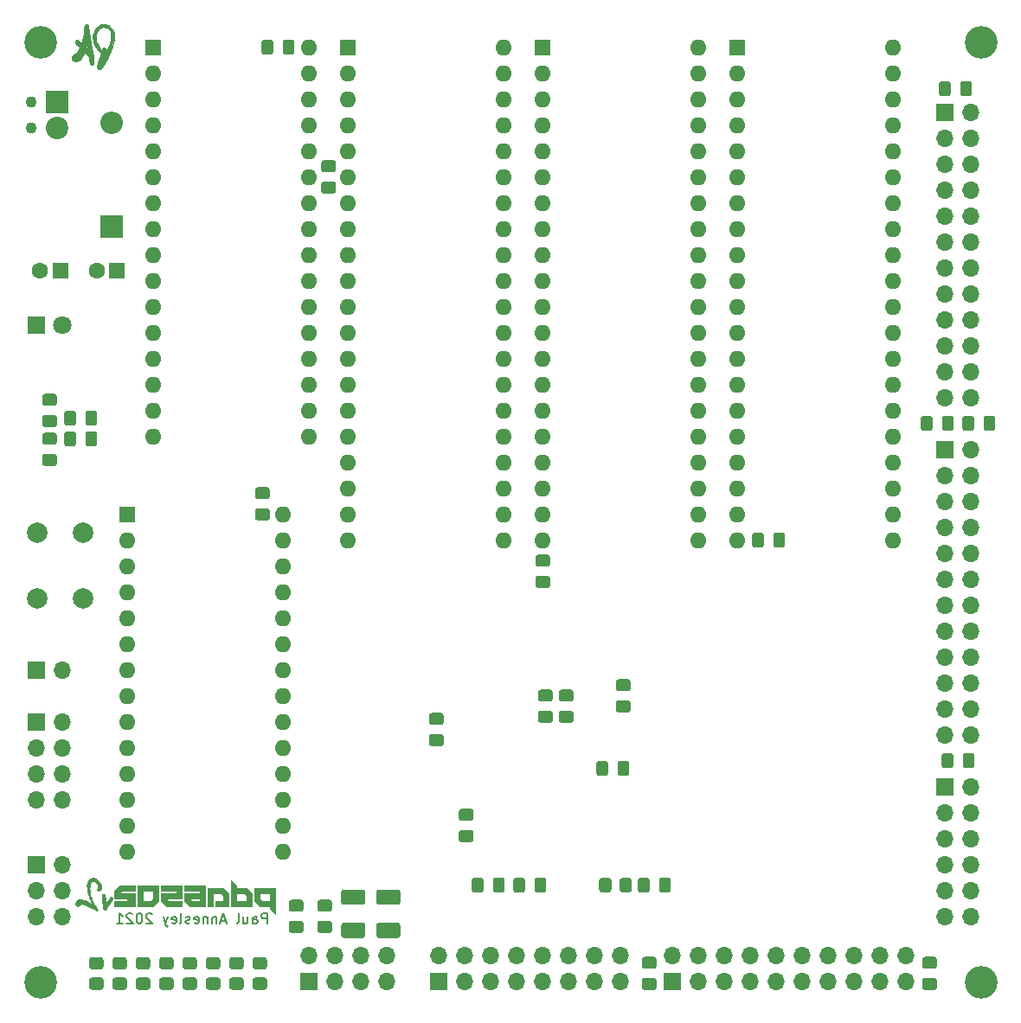
<source format=gbs>
%TF.GenerationSoftware,KiCad,Pcbnew,(5.1.10-1-10_14)*%
%TF.CreationDate,2021-08-10T22:16:19+10:00*%
%TF.ProjectId,pda6502v2,70646136-3530-4327-9632-2e6b69636164,rev?*%
%TF.SameCoordinates,Original*%
%TF.FileFunction,Soldermask,Bot*%
%TF.FilePolarity,Negative*%
%FSLAX46Y46*%
G04 Gerber Fmt 4.6, Leading zero omitted, Abs format (unit mm)*
G04 Created by KiCad (PCBNEW (5.1.10-1-10_14)) date 2021-08-10 22:16:19*
%MOMM*%
%LPD*%
G01*
G04 APERTURE LIST*
%ADD10C,0.100000*%
%ADD11C,0.150000*%
%ADD12C,0.010000*%
%ADD13C,1.100000*%
%ADD14C,2.200000*%
%ADD15R,2.200000X2.200000*%
%ADD16O,2.200000X2.200000*%
%ADD17C,1.600000*%
%ADD18R,1.600000X1.600000*%
%ADD19C,1.800000*%
%ADD20R,1.800000X1.800000*%
%ADD21O,1.700000X1.700000*%
%ADD22R,1.700000X1.700000*%
%ADD23C,2.000000*%
%ADD24O,1.600000X1.600000*%
%ADD25C,3.200000*%
G04 APERTURE END LIST*
D10*
G36*
X120396000Y-127254000D02*
G01*
X120396000Y-128524000D01*
X119126000Y-128524000D01*
X119126000Y-128016000D01*
X119888000Y-128016000D01*
X119888000Y-127508000D01*
X119634000Y-127254000D01*
X118872000Y-127254000D01*
X118872000Y-128524000D01*
X118364000Y-128524000D01*
X118364000Y-126746000D01*
X119888000Y-126746000D01*
X120396000Y-127254000D01*
G37*
X120396000Y-127254000D02*
X120396000Y-128524000D01*
X119126000Y-128524000D01*
X119126000Y-128016000D01*
X119888000Y-128016000D01*
X119888000Y-127508000D01*
X119634000Y-127254000D01*
X118872000Y-127254000D01*
X118872000Y-128524000D01*
X118364000Y-128524000D01*
X118364000Y-126746000D01*
X119888000Y-126746000D01*
X120396000Y-127254000D01*
G36*
X115824000Y-127762000D02*
G01*
X114300000Y-127762000D01*
X114554000Y-128016000D01*
X115824000Y-128016000D01*
X115824000Y-128524000D01*
X114300000Y-128524000D01*
X113792000Y-128016000D01*
X113792000Y-127254000D01*
X115316000Y-127254000D01*
X115316000Y-127000000D01*
X113792000Y-127000000D01*
X113792000Y-126492000D01*
X115824000Y-126492000D01*
X115824000Y-127762000D01*
G37*
X115824000Y-127762000D02*
X114300000Y-127762000D01*
X114554000Y-128016000D01*
X115824000Y-128016000D01*
X115824000Y-128524000D01*
X114300000Y-128524000D01*
X113792000Y-128016000D01*
X113792000Y-127254000D01*
X115316000Y-127254000D01*
X115316000Y-127000000D01*
X113792000Y-127000000D01*
X113792000Y-126492000D01*
X115824000Y-126492000D01*
X115824000Y-127762000D01*
G36*
X118110000Y-128524000D02*
G01*
X116586000Y-128524000D01*
X116078000Y-128016000D01*
X116078000Y-127762000D01*
X116586000Y-127762000D01*
X116840000Y-128016000D01*
X117602000Y-128016000D01*
X117602000Y-127762000D01*
X116586000Y-127762000D01*
X116078000Y-127762000D01*
X116078000Y-127254000D01*
X117602000Y-127254000D01*
X117602000Y-127000000D01*
X116078000Y-127000000D01*
X116078000Y-126492000D01*
X118110000Y-126492000D01*
X118110000Y-128524000D01*
G37*
X118110000Y-128524000D02*
X116586000Y-128524000D01*
X116078000Y-128016000D01*
X116078000Y-127762000D01*
X116586000Y-127762000D01*
X116840000Y-128016000D01*
X117602000Y-128016000D01*
X117602000Y-127762000D01*
X116586000Y-127762000D01*
X116078000Y-127762000D01*
X116078000Y-127254000D01*
X117602000Y-127254000D01*
X117602000Y-127000000D01*
X116078000Y-127000000D01*
X116078000Y-126492000D01*
X118110000Y-126492000D01*
X118110000Y-128524000D01*
G36*
X111252000Y-127000000D02*
G01*
X109982000Y-127000000D01*
X109728000Y-127254000D01*
X111252000Y-127254000D01*
X111252000Y-128524000D01*
X109220000Y-128524000D01*
X109220000Y-128016000D01*
X110490000Y-128016000D01*
X110490000Y-127762000D01*
X109220000Y-127762000D01*
X109220000Y-127000000D01*
X109728000Y-126492000D01*
X111252000Y-126492000D01*
X111252000Y-127000000D01*
G37*
X111252000Y-127000000D02*
X109982000Y-127000000D01*
X109728000Y-127254000D01*
X111252000Y-127254000D01*
X111252000Y-128524000D01*
X109220000Y-128524000D01*
X109220000Y-128016000D01*
X110490000Y-128016000D01*
X110490000Y-127762000D01*
X109220000Y-127762000D01*
X109220000Y-127000000D01*
X109728000Y-126492000D01*
X111252000Y-126492000D01*
X111252000Y-127000000D01*
G36*
X121158000Y-126492000D02*
G01*
X121158000Y-126746000D01*
X122174000Y-126746000D01*
X122682000Y-127254000D01*
X122682000Y-128524000D01*
X120650000Y-128524000D01*
X120650000Y-127254000D01*
X121158000Y-127254000D01*
X121158000Y-128016000D01*
X122174000Y-128016000D01*
X122174000Y-127508000D01*
X121920000Y-127254000D01*
X121158000Y-127254000D01*
X120650000Y-127254000D01*
X120650000Y-125984000D01*
X121158000Y-126492000D01*
G37*
X121158000Y-126492000D02*
X121158000Y-126746000D01*
X122174000Y-126746000D01*
X122682000Y-127254000D01*
X122682000Y-128524000D01*
X120650000Y-128524000D01*
X120650000Y-127254000D01*
X121158000Y-127254000D01*
X121158000Y-128016000D01*
X122174000Y-128016000D01*
X122174000Y-127508000D01*
X121920000Y-127254000D01*
X121158000Y-127254000D01*
X120650000Y-127254000D01*
X120650000Y-125984000D01*
X121158000Y-126492000D01*
G36*
X113538000Y-128016000D02*
G01*
X113030000Y-128524000D01*
X111506000Y-128524000D01*
X111506000Y-127000000D01*
X112014000Y-127000000D01*
X112014000Y-128016000D01*
X112776000Y-128016000D01*
X113030000Y-127762000D01*
X113030000Y-127000000D01*
X112014000Y-127000000D01*
X111506000Y-127000000D01*
X111506000Y-126492000D01*
X113538000Y-126492000D01*
X113538000Y-128016000D01*
G37*
X113538000Y-128016000D02*
X113030000Y-128524000D01*
X111506000Y-128524000D01*
X111506000Y-127000000D01*
X112014000Y-127000000D01*
X112014000Y-128016000D01*
X112776000Y-128016000D01*
X113030000Y-127762000D01*
X113030000Y-127000000D01*
X112014000Y-127000000D01*
X111506000Y-127000000D01*
X111506000Y-126492000D01*
X113538000Y-126492000D01*
X113538000Y-128016000D01*
G36*
X124968000Y-129286000D02*
G01*
X124460000Y-128778000D01*
X124460000Y-128524000D01*
X123444000Y-128524000D01*
X122936000Y-128016000D01*
X122936000Y-127254000D01*
X123444000Y-127254000D01*
X123444000Y-127762000D01*
X123698000Y-128016000D01*
X124460000Y-128016000D01*
X124460000Y-127254000D01*
X123444000Y-127254000D01*
X122936000Y-127254000D01*
X122936000Y-126746000D01*
X124968000Y-126746000D01*
X124968000Y-129286000D01*
G37*
X124968000Y-129286000D02*
X124460000Y-128778000D01*
X124460000Y-128524000D01*
X123444000Y-128524000D01*
X122936000Y-128016000D01*
X122936000Y-127254000D01*
X123444000Y-127254000D01*
X123444000Y-127762000D01*
X123698000Y-128016000D01*
X124460000Y-128016000D01*
X124460000Y-127254000D01*
X123444000Y-127254000D01*
X122936000Y-127254000D01*
X122936000Y-126746000D01*
X124968000Y-126746000D01*
X124968000Y-129286000D01*
D11*
X124173333Y-130246380D02*
X124173333Y-129246380D01*
X123792380Y-129246380D01*
X123697142Y-129294000D01*
X123649523Y-129341619D01*
X123601904Y-129436857D01*
X123601904Y-129579714D01*
X123649523Y-129674952D01*
X123697142Y-129722571D01*
X123792380Y-129770190D01*
X124173333Y-129770190D01*
X122744761Y-130246380D02*
X122744761Y-129722571D01*
X122792380Y-129627333D01*
X122887619Y-129579714D01*
X123078095Y-129579714D01*
X123173333Y-129627333D01*
X122744761Y-130198761D02*
X122840000Y-130246380D01*
X123078095Y-130246380D01*
X123173333Y-130198761D01*
X123220952Y-130103523D01*
X123220952Y-130008285D01*
X123173333Y-129913047D01*
X123078095Y-129865428D01*
X122840000Y-129865428D01*
X122744761Y-129817809D01*
X121840000Y-129579714D02*
X121840000Y-130246380D01*
X122268571Y-129579714D02*
X122268571Y-130103523D01*
X122220952Y-130198761D01*
X122125714Y-130246380D01*
X121982857Y-130246380D01*
X121887619Y-130198761D01*
X121840000Y-130151142D01*
X121220952Y-130246380D02*
X121316190Y-130198761D01*
X121363809Y-130103523D01*
X121363809Y-129246380D01*
X120125714Y-129960666D02*
X119649523Y-129960666D01*
X120220952Y-130246380D02*
X119887619Y-129246380D01*
X119554285Y-130246380D01*
X119220952Y-129579714D02*
X119220952Y-130246380D01*
X119220952Y-129674952D02*
X119173333Y-129627333D01*
X119078095Y-129579714D01*
X118935238Y-129579714D01*
X118840000Y-129627333D01*
X118792380Y-129722571D01*
X118792380Y-130246380D01*
X118316190Y-129579714D02*
X118316190Y-130246380D01*
X118316190Y-129674952D02*
X118268571Y-129627333D01*
X118173333Y-129579714D01*
X118030476Y-129579714D01*
X117935238Y-129627333D01*
X117887619Y-129722571D01*
X117887619Y-130246380D01*
X117030476Y-130198761D02*
X117125714Y-130246380D01*
X117316190Y-130246380D01*
X117411428Y-130198761D01*
X117459047Y-130103523D01*
X117459047Y-129722571D01*
X117411428Y-129627333D01*
X117316190Y-129579714D01*
X117125714Y-129579714D01*
X117030476Y-129627333D01*
X116982857Y-129722571D01*
X116982857Y-129817809D01*
X117459047Y-129913047D01*
X116601904Y-130198761D02*
X116506666Y-130246380D01*
X116316190Y-130246380D01*
X116220952Y-130198761D01*
X116173333Y-130103523D01*
X116173333Y-130055904D01*
X116220952Y-129960666D01*
X116316190Y-129913047D01*
X116459047Y-129913047D01*
X116554285Y-129865428D01*
X116601904Y-129770190D01*
X116601904Y-129722571D01*
X116554285Y-129627333D01*
X116459047Y-129579714D01*
X116316190Y-129579714D01*
X116220952Y-129627333D01*
X115601904Y-130246380D02*
X115697142Y-130198761D01*
X115744761Y-130103523D01*
X115744761Y-129246380D01*
X114840000Y-130198761D02*
X114935238Y-130246380D01*
X115125714Y-130246380D01*
X115220952Y-130198761D01*
X115268571Y-130103523D01*
X115268571Y-129722571D01*
X115220952Y-129627333D01*
X115125714Y-129579714D01*
X114935238Y-129579714D01*
X114840000Y-129627333D01*
X114792380Y-129722571D01*
X114792380Y-129817809D01*
X115268571Y-129913047D01*
X114459047Y-129579714D02*
X114220952Y-130246380D01*
X113982857Y-129579714D02*
X114220952Y-130246380D01*
X114316190Y-130484476D01*
X114363809Y-130532095D01*
X114459047Y-130579714D01*
X112887619Y-129341619D02*
X112840000Y-129294000D01*
X112744761Y-129246380D01*
X112506666Y-129246380D01*
X112411428Y-129294000D01*
X112363809Y-129341619D01*
X112316190Y-129436857D01*
X112316190Y-129532095D01*
X112363809Y-129674952D01*
X112935238Y-130246380D01*
X112316190Y-130246380D01*
X111697142Y-129246380D02*
X111601904Y-129246380D01*
X111506666Y-129294000D01*
X111459047Y-129341619D01*
X111411428Y-129436857D01*
X111363809Y-129627333D01*
X111363809Y-129865428D01*
X111411428Y-130055904D01*
X111459047Y-130151142D01*
X111506666Y-130198761D01*
X111601904Y-130246380D01*
X111697142Y-130246380D01*
X111792380Y-130198761D01*
X111840000Y-130151142D01*
X111887619Y-130055904D01*
X111935238Y-129865428D01*
X111935238Y-129627333D01*
X111887619Y-129436857D01*
X111840000Y-129341619D01*
X111792380Y-129294000D01*
X111697142Y-129246380D01*
X110982857Y-129341619D02*
X110935238Y-129294000D01*
X110840000Y-129246380D01*
X110601904Y-129246380D01*
X110506666Y-129294000D01*
X110459047Y-129341619D01*
X110411428Y-129436857D01*
X110411428Y-129532095D01*
X110459047Y-129674952D01*
X111030476Y-130246380D01*
X110411428Y-130246380D01*
X109459047Y-130246380D02*
X110030476Y-130246380D01*
X109744761Y-130246380D02*
X109744761Y-129246380D01*
X109840000Y-129389238D01*
X109935238Y-129484476D01*
X110030476Y-129532095D01*
D12*
%TO.C,G\u002A\u002A\u002A*%
G36*
X107990251Y-42216029D02*
G01*
X107909947Y-42234803D01*
X107724581Y-42312034D01*
X107560534Y-42422777D01*
X107419464Y-42563055D01*
X107303029Y-42728890D01*
X107212886Y-42916302D01*
X107150692Y-43121316D01*
X107118106Y-43339951D01*
X107116785Y-43568232D01*
X107148387Y-43802179D01*
X107189742Y-43963167D01*
X107253426Y-44133255D01*
X107343472Y-44321501D01*
X107454254Y-44518334D01*
X107580145Y-44714185D01*
X107715518Y-44899482D01*
X107802945Y-45006265D01*
X107889951Y-45107446D01*
X107827545Y-45302598D01*
X107796052Y-45397446D01*
X107754495Y-45517457D01*
X107707935Y-45648256D01*
X107661434Y-45775466D01*
X107654503Y-45794083D01*
X107596050Y-45960332D01*
X107549236Y-46113410D01*
X107515889Y-46246364D01*
X107497838Y-46352243D01*
X107495112Y-46400000D01*
X107513022Y-46465903D01*
X107556281Y-46528442D01*
X107604071Y-46564328D01*
X107666222Y-46582229D01*
X107742354Y-46581405D01*
X107799521Y-46572505D01*
X107851123Y-46546670D01*
X107918598Y-46488555D01*
X107997921Y-46403247D01*
X108085070Y-46295832D01*
X108176023Y-46171396D01*
X108266754Y-46035027D01*
X108353243Y-45891812D01*
X108390061Y-45825833D01*
X108438341Y-45732733D01*
X108498703Y-45609911D01*
X108567281Y-45465855D01*
X108640205Y-45309050D01*
X108713607Y-45147983D01*
X108783619Y-44991139D01*
X108846372Y-44847005D01*
X108897999Y-44724067D01*
X108933901Y-44632789D01*
X109036563Y-44332662D01*
X109112744Y-44056471D01*
X109164035Y-43796463D01*
X109192027Y-43544889D01*
X109198715Y-43342967D01*
X109198274Y-43307695D01*
X108884199Y-43307695D01*
X108880463Y-43434728D01*
X108870865Y-43564387D01*
X108856938Y-43678405D01*
X108849527Y-43720445D01*
X108822914Y-43831759D01*
X108783637Y-43970062D01*
X108735653Y-44123408D01*
X108682922Y-44279855D01*
X108629403Y-44427457D01*
X108579054Y-44554270D01*
X108555109Y-44608750D01*
X108477845Y-44775646D01*
X108416933Y-44905840D01*
X108371438Y-45001274D01*
X108340424Y-45063889D01*
X108322958Y-45095627D01*
X108318317Y-45100540D01*
X108320518Y-45079105D01*
X108330874Y-45026554D01*
X108347363Y-44952864D01*
X108353673Y-44926158D01*
X108382621Y-44783308D01*
X108391508Y-44673462D01*
X108378986Y-44591650D01*
X108343701Y-44532901D01*
X108284304Y-44492245D01*
X108230401Y-44472668D01*
X108154639Y-44470637D01*
X108087016Y-44505299D01*
X108034282Y-44571037D01*
X108003289Y-44661667D01*
X107988779Y-44736840D01*
X107974575Y-44776048D01*
X107954773Y-44779580D01*
X107923470Y-44747724D01*
X107874761Y-44680771D01*
X107866058Y-44668387D01*
X107748033Y-44488904D01*
X107639693Y-44302213D01*
X107547920Y-44120922D01*
X107482646Y-43965986D01*
X107448378Y-43864934D01*
X107426210Y-43774672D01*
X107412783Y-43677520D01*
X107404742Y-43555793D01*
X107404731Y-43555561D01*
X107405151Y-43342315D01*
X107429049Y-43158845D01*
X107478470Y-42998422D01*
X107555458Y-42854318D01*
X107656838Y-42725476D01*
X107785405Y-42609669D01*
X107925893Y-42528080D01*
X108072200Y-42483684D01*
X108168518Y-42476192D01*
X108339979Y-42497067D01*
X108492687Y-42555278D01*
X108630523Y-42652490D01*
X108672013Y-42691993D01*
X108755173Y-42786122D01*
X108814596Y-42879782D01*
X108853627Y-42982679D01*
X108875610Y-43104516D01*
X108883889Y-43254998D01*
X108884199Y-43307695D01*
X109198274Y-43307695D01*
X109196951Y-43202086D01*
X109190442Y-43092026D01*
X109177155Y-43001362D01*
X109155062Y-42918669D01*
X109122131Y-42832522D01*
X109098521Y-42779220D01*
X109048200Y-42694509D01*
X108972645Y-42597581D01*
X108882109Y-42499144D01*
X108786847Y-42409903D01*
X108697111Y-42340567D01*
X108653761Y-42314762D01*
X108499236Y-42253741D01*
X108328128Y-42215976D01*
X108153959Y-42202921D01*
X107990251Y-42216029D01*
G37*
X107990251Y-42216029D02*
X107909947Y-42234803D01*
X107724581Y-42312034D01*
X107560534Y-42422777D01*
X107419464Y-42563055D01*
X107303029Y-42728890D01*
X107212886Y-42916302D01*
X107150692Y-43121316D01*
X107118106Y-43339951D01*
X107116785Y-43568232D01*
X107148387Y-43802179D01*
X107189742Y-43963167D01*
X107253426Y-44133255D01*
X107343472Y-44321501D01*
X107454254Y-44518334D01*
X107580145Y-44714185D01*
X107715518Y-44899482D01*
X107802945Y-45006265D01*
X107889951Y-45107446D01*
X107827545Y-45302598D01*
X107796052Y-45397446D01*
X107754495Y-45517457D01*
X107707935Y-45648256D01*
X107661434Y-45775466D01*
X107654503Y-45794083D01*
X107596050Y-45960332D01*
X107549236Y-46113410D01*
X107515889Y-46246364D01*
X107497838Y-46352243D01*
X107495112Y-46400000D01*
X107513022Y-46465903D01*
X107556281Y-46528442D01*
X107604071Y-46564328D01*
X107666222Y-46582229D01*
X107742354Y-46581405D01*
X107799521Y-46572505D01*
X107851123Y-46546670D01*
X107918598Y-46488555D01*
X107997921Y-46403247D01*
X108085070Y-46295832D01*
X108176023Y-46171396D01*
X108266754Y-46035027D01*
X108353243Y-45891812D01*
X108390061Y-45825833D01*
X108438341Y-45732733D01*
X108498703Y-45609911D01*
X108567281Y-45465855D01*
X108640205Y-45309050D01*
X108713607Y-45147983D01*
X108783619Y-44991139D01*
X108846372Y-44847005D01*
X108897999Y-44724067D01*
X108933901Y-44632789D01*
X109036563Y-44332662D01*
X109112744Y-44056471D01*
X109164035Y-43796463D01*
X109192027Y-43544889D01*
X109198715Y-43342967D01*
X109198274Y-43307695D01*
X108884199Y-43307695D01*
X108880463Y-43434728D01*
X108870865Y-43564387D01*
X108856938Y-43678405D01*
X108849527Y-43720445D01*
X108822914Y-43831759D01*
X108783637Y-43970062D01*
X108735653Y-44123408D01*
X108682922Y-44279855D01*
X108629403Y-44427457D01*
X108579054Y-44554270D01*
X108555109Y-44608750D01*
X108477845Y-44775646D01*
X108416933Y-44905840D01*
X108371438Y-45001274D01*
X108340424Y-45063889D01*
X108322958Y-45095627D01*
X108318317Y-45100540D01*
X108320518Y-45079105D01*
X108330874Y-45026554D01*
X108347363Y-44952864D01*
X108353673Y-44926158D01*
X108382621Y-44783308D01*
X108391508Y-44673462D01*
X108378986Y-44591650D01*
X108343701Y-44532901D01*
X108284304Y-44492245D01*
X108230401Y-44472668D01*
X108154639Y-44470637D01*
X108087016Y-44505299D01*
X108034282Y-44571037D01*
X108003289Y-44661667D01*
X107988779Y-44736840D01*
X107974575Y-44776048D01*
X107954773Y-44779580D01*
X107923470Y-44747724D01*
X107874761Y-44680771D01*
X107866058Y-44668387D01*
X107748033Y-44488904D01*
X107639693Y-44302213D01*
X107547920Y-44120922D01*
X107482646Y-43965986D01*
X107448378Y-43864934D01*
X107426210Y-43774672D01*
X107412783Y-43677520D01*
X107404742Y-43555793D01*
X107404731Y-43555561D01*
X107405151Y-43342315D01*
X107429049Y-43158845D01*
X107478470Y-42998422D01*
X107555458Y-42854318D01*
X107656838Y-42725476D01*
X107785405Y-42609669D01*
X107925893Y-42528080D01*
X108072200Y-42483684D01*
X108168518Y-42476192D01*
X108339979Y-42497067D01*
X108492687Y-42555278D01*
X108630523Y-42652490D01*
X108672013Y-42691993D01*
X108755173Y-42786122D01*
X108814596Y-42879782D01*
X108853627Y-42982679D01*
X108875610Y-43104516D01*
X108883889Y-43254998D01*
X108884199Y-43307695D01*
X109198274Y-43307695D01*
X109196951Y-43202086D01*
X109190442Y-43092026D01*
X109177155Y-43001362D01*
X109155062Y-42918669D01*
X109122131Y-42832522D01*
X109098521Y-42779220D01*
X109048200Y-42694509D01*
X108972645Y-42597581D01*
X108882109Y-42499144D01*
X108786847Y-42409903D01*
X108697111Y-42340567D01*
X108653761Y-42314762D01*
X108499236Y-42253741D01*
X108328128Y-42215976D01*
X108153959Y-42202921D01*
X107990251Y-42216029D01*
G36*
X106383780Y-42204468D02*
G01*
X106327920Y-42254960D01*
X106289007Y-42325518D01*
X106276093Y-42393166D01*
X106272908Y-42461832D01*
X106267581Y-42521583D01*
X106267288Y-42523833D01*
X106262329Y-42570295D01*
X106255757Y-42644127D01*
X106248883Y-42730468D01*
X106247983Y-42742549D01*
X106227053Y-42951770D01*
X106194812Y-43180572D01*
X106154409Y-43408749D01*
X106117172Y-43582167D01*
X106089079Y-43696620D01*
X106060418Y-43805441D01*
X106033521Y-43900514D01*
X106010719Y-43973724D01*
X105994344Y-44016954D01*
X105990250Y-44023882D01*
X105972601Y-44014356D01*
X105930913Y-43982309D01*
X105872578Y-43933581D01*
X105839645Y-43904933D01*
X105751514Y-43829357D01*
X105685289Y-43778836D01*
X105632791Y-43748643D01*
X105585840Y-43734052D01*
X105537506Y-43730333D01*
X105461880Y-43749789D01*
X105400351Y-43802593D01*
X105359682Y-43880402D01*
X105346500Y-43966059D01*
X105350004Y-43996353D01*
X105363456Y-44028557D01*
X105391266Y-44068312D01*
X105437845Y-44121261D01*
X105507602Y-44193047D01*
X105580110Y-44264928D01*
X105813720Y-44494622D01*
X105747205Y-44625769D01*
X105648321Y-44797623D01*
X105543036Y-44937548D01*
X105434265Y-45042314D01*
X105324923Y-45108690D01*
X105304388Y-45116672D01*
X105185718Y-45177335D01*
X105098120Y-45262546D01*
X105044864Y-45368035D01*
X105029000Y-45476212D01*
X105047543Y-45604443D01*
X105101086Y-45711608D01*
X105186494Y-45793522D01*
X105300635Y-45845998D01*
X105307068Y-45847781D01*
X105420035Y-45858340D01*
X105546308Y-45836844D01*
X105676264Y-45786824D01*
X105800278Y-45711809D01*
X105891572Y-45633331D01*
X105952327Y-45558957D01*
X106019429Y-45455847D01*
X106086494Y-45335641D01*
X106147141Y-45209975D01*
X106194984Y-45090489D01*
X106203914Y-45063833D01*
X106225768Y-44997657D01*
X106243363Y-44948237D01*
X106250852Y-44930407D01*
X106268664Y-44937693D01*
X106310138Y-44969980D01*
X106369196Y-45022145D01*
X106439759Y-45089064D01*
X106443825Y-45093044D01*
X106519908Y-45167163D01*
X106589187Y-45233811D01*
X106643719Y-45285401D01*
X106674341Y-45313302D01*
X106708135Y-45365827D01*
X106735856Y-45459915D01*
X106757440Y-45595222D01*
X106772822Y-45771404D01*
X106777421Y-45857583D01*
X106782440Y-45949468D01*
X106789586Y-46009914D01*
X106802023Y-46049805D01*
X106822916Y-46080024D01*
X106849752Y-46106292D01*
X106917397Y-46151268D01*
X106995507Y-46164498D01*
X106996757Y-46164500D01*
X107054409Y-46158985D01*
X107096263Y-46135827D01*
X107139298Y-46086669D01*
X107166949Y-46047632D01*
X107184142Y-46011319D01*
X107193136Y-45966471D01*
X107196192Y-45901826D01*
X107195568Y-45806211D01*
X107190021Y-45706837D01*
X107176472Y-45573465D01*
X107155991Y-45413450D01*
X107129650Y-45234143D01*
X107098519Y-45042897D01*
X107063668Y-44847066D01*
X107031988Y-44682833D01*
X107017543Y-44608332D01*
X106587853Y-44608332D01*
X106582554Y-44618821D01*
X106551400Y-44598609D01*
X106496287Y-44548965D01*
X106489532Y-44542433D01*
X106377767Y-44433783D01*
X106416774Y-44199254D01*
X106432831Y-44106706D01*
X106446952Y-44032639D01*
X106457518Y-43985086D01*
X106462664Y-43971608D01*
X106468657Y-43993793D01*
X106480405Y-44050007D01*
X106496393Y-44132576D01*
X106515104Y-44233824D01*
X106521976Y-44272035D01*
X106541990Y-44381842D01*
X106560513Y-44479391D01*
X106575790Y-44555727D01*
X106586067Y-44601895D01*
X106587853Y-44608332D01*
X107017543Y-44608332D01*
X106975466Y-44391328D01*
X106924543Y-44109697D01*
X106880862Y-43847479D01*
X106846063Y-43614210D01*
X106838873Y-43561000D01*
X106827594Y-43481711D01*
X106813374Y-43389744D01*
X106806750Y-43349333D01*
X106792492Y-43258384D01*
X106779090Y-43163167D01*
X106774526Y-43127083D01*
X106765498Y-43058982D01*
X106756853Y-43005483D01*
X106753445Y-42989500D01*
X106743898Y-42945925D01*
X106734464Y-42894250D01*
X106707163Y-42730415D01*
X106683311Y-42588117D01*
X106663910Y-42473300D01*
X106649963Y-42391910D01*
X106646102Y-42369855D01*
X106615019Y-42292089D01*
X106558366Y-42228927D01*
X106487771Y-42191179D01*
X106447424Y-42185167D01*
X106383780Y-42204468D01*
G37*
X106383780Y-42204468D02*
X106327920Y-42254960D01*
X106289007Y-42325518D01*
X106276093Y-42393166D01*
X106272908Y-42461832D01*
X106267581Y-42521583D01*
X106267288Y-42523833D01*
X106262329Y-42570295D01*
X106255757Y-42644127D01*
X106248883Y-42730468D01*
X106247983Y-42742549D01*
X106227053Y-42951770D01*
X106194812Y-43180572D01*
X106154409Y-43408749D01*
X106117172Y-43582167D01*
X106089079Y-43696620D01*
X106060418Y-43805441D01*
X106033521Y-43900514D01*
X106010719Y-43973724D01*
X105994344Y-44016954D01*
X105990250Y-44023882D01*
X105972601Y-44014356D01*
X105930913Y-43982309D01*
X105872578Y-43933581D01*
X105839645Y-43904933D01*
X105751514Y-43829357D01*
X105685289Y-43778836D01*
X105632791Y-43748643D01*
X105585840Y-43734052D01*
X105537506Y-43730333D01*
X105461880Y-43749789D01*
X105400351Y-43802593D01*
X105359682Y-43880402D01*
X105346500Y-43966059D01*
X105350004Y-43996353D01*
X105363456Y-44028557D01*
X105391266Y-44068312D01*
X105437845Y-44121261D01*
X105507602Y-44193047D01*
X105580110Y-44264928D01*
X105813720Y-44494622D01*
X105747205Y-44625769D01*
X105648321Y-44797623D01*
X105543036Y-44937548D01*
X105434265Y-45042314D01*
X105324923Y-45108690D01*
X105304388Y-45116672D01*
X105185718Y-45177335D01*
X105098120Y-45262546D01*
X105044864Y-45368035D01*
X105029000Y-45476212D01*
X105047543Y-45604443D01*
X105101086Y-45711608D01*
X105186494Y-45793522D01*
X105300635Y-45845998D01*
X105307068Y-45847781D01*
X105420035Y-45858340D01*
X105546308Y-45836844D01*
X105676264Y-45786824D01*
X105800278Y-45711809D01*
X105891572Y-45633331D01*
X105952327Y-45558957D01*
X106019429Y-45455847D01*
X106086494Y-45335641D01*
X106147141Y-45209975D01*
X106194984Y-45090489D01*
X106203914Y-45063833D01*
X106225768Y-44997657D01*
X106243363Y-44948237D01*
X106250852Y-44930407D01*
X106268664Y-44937693D01*
X106310138Y-44969980D01*
X106369196Y-45022145D01*
X106439759Y-45089064D01*
X106443825Y-45093044D01*
X106519908Y-45167163D01*
X106589187Y-45233811D01*
X106643719Y-45285401D01*
X106674341Y-45313302D01*
X106708135Y-45365827D01*
X106735856Y-45459915D01*
X106757440Y-45595222D01*
X106772822Y-45771404D01*
X106777421Y-45857583D01*
X106782440Y-45949468D01*
X106789586Y-46009914D01*
X106802023Y-46049805D01*
X106822916Y-46080024D01*
X106849752Y-46106292D01*
X106917397Y-46151268D01*
X106995507Y-46164498D01*
X106996757Y-46164500D01*
X107054409Y-46158985D01*
X107096263Y-46135827D01*
X107139298Y-46086669D01*
X107166949Y-46047632D01*
X107184142Y-46011319D01*
X107193136Y-45966471D01*
X107196192Y-45901826D01*
X107195568Y-45806211D01*
X107190021Y-45706837D01*
X107176472Y-45573465D01*
X107155991Y-45413450D01*
X107129650Y-45234143D01*
X107098519Y-45042897D01*
X107063668Y-44847066D01*
X107031988Y-44682833D01*
X107017543Y-44608332D01*
X106587853Y-44608332D01*
X106582554Y-44618821D01*
X106551400Y-44598609D01*
X106496287Y-44548965D01*
X106489532Y-44542433D01*
X106377767Y-44433783D01*
X106416774Y-44199254D01*
X106432831Y-44106706D01*
X106446952Y-44032639D01*
X106457518Y-43985086D01*
X106462664Y-43971608D01*
X106468657Y-43993793D01*
X106480405Y-44050007D01*
X106496393Y-44132576D01*
X106515104Y-44233824D01*
X106521976Y-44272035D01*
X106541990Y-44381842D01*
X106560513Y-44479391D01*
X106575790Y-44555727D01*
X106586067Y-44601895D01*
X106587853Y-44608332D01*
X107017543Y-44608332D01*
X106975466Y-44391328D01*
X106924543Y-44109697D01*
X106880862Y-43847479D01*
X106846063Y-43614210D01*
X106838873Y-43561000D01*
X106827594Y-43481711D01*
X106813374Y-43389744D01*
X106806750Y-43349333D01*
X106792492Y-43258384D01*
X106779090Y-43163167D01*
X106774526Y-43127083D01*
X106765498Y-43058982D01*
X106756853Y-43005483D01*
X106753445Y-42989500D01*
X106743898Y-42945925D01*
X106734464Y-42894250D01*
X106707163Y-42730415D01*
X106683311Y-42588117D01*
X106663910Y-42473300D01*
X106649963Y-42391910D01*
X106646102Y-42369855D01*
X106615019Y-42292089D01*
X106558366Y-42228927D01*
X106487771Y-42191179D01*
X106447424Y-42185167D01*
X106383780Y-42204468D01*
G36*
X107060955Y-125800709D02*
G01*
X107017429Y-125803058D01*
X106982212Y-125808058D01*
X106948883Y-125816588D01*
X106914792Y-125828157D01*
X106826640Y-125868485D01*
X106751680Y-125921809D01*
X106687016Y-125990677D01*
X106629750Y-126077635D01*
X106628480Y-126079897D01*
X106582510Y-126176990D01*
X106549898Y-126281310D01*
X106529892Y-126396219D01*
X106521742Y-126525077D01*
X106521468Y-126559076D01*
X106528677Y-126759682D01*
X106550080Y-126958607D01*
X106586290Y-127158711D01*
X106637917Y-127362857D01*
X106705574Y-127573905D01*
X106780921Y-127772720D01*
X106825572Y-127879051D01*
X106874776Y-127989036D01*
X106926571Y-128098727D01*
X106978998Y-128204178D01*
X107030094Y-128301441D01*
X107077900Y-128386570D01*
X107119368Y-128453965D01*
X107130099Y-128472945D01*
X107131635Y-128481612D01*
X107131280Y-128481666D01*
X107120918Y-128475427D01*
X107098008Y-128458614D01*
X107066360Y-128434087D01*
X107042750Y-128415236D01*
X106899946Y-128305207D01*
X106758645Y-128206582D01*
X106621047Y-128120679D01*
X106489350Y-128048813D01*
X106365755Y-127992299D01*
X106286971Y-127963149D01*
X106159795Y-127924259D01*
X106048053Y-127896834D01*
X105949576Y-127880583D01*
X105862199Y-127875215D01*
X105783751Y-127880438D01*
X105737008Y-127889257D01*
X105671153Y-127913546D01*
X105604480Y-127953201D01*
X105540261Y-128004725D01*
X105481768Y-128064619D01*
X105432272Y-128129386D01*
X105395044Y-128195527D01*
X105373355Y-128259544D01*
X105369944Y-128281779D01*
X105373606Y-128346864D01*
X105395479Y-128406881D01*
X105432700Y-128458732D01*
X105482407Y-128499322D01*
X105541735Y-128525553D01*
X105603486Y-128534350D01*
X105665912Y-128527189D01*
X105721081Y-128504018D01*
X105771487Y-128463231D01*
X105819622Y-128403218D01*
X105829186Y-128388782D01*
X105852749Y-128357243D01*
X105876915Y-128332756D01*
X105892543Y-128322536D01*
X105925531Y-128317219D01*
X105974769Y-128318796D01*
X106036764Y-128326531D01*
X106108023Y-128339686D01*
X106185054Y-128357523D01*
X106264363Y-128379304D01*
X106342459Y-128404293D01*
X106415848Y-128431752D01*
X106422253Y-128434381D01*
X106464757Y-128453016D01*
X106523335Y-128480240D01*
X106595353Y-128514740D01*
X106678177Y-128555206D01*
X106769172Y-128600325D01*
X106865704Y-128648787D01*
X106965139Y-128699280D01*
X107064842Y-128750492D01*
X107162179Y-128801113D01*
X107219750Y-128831396D01*
X107296150Y-128871533D01*
X107356376Y-128902441D01*
X107402806Y-128925084D01*
X107437819Y-128940429D01*
X107463789Y-128949438D01*
X107483096Y-128953078D01*
X107498117Y-128952313D01*
X107509293Y-128948918D01*
X107534343Y-128928590D01*
X107548526Y-128897106D01*
X107547873Y-128863445D01*
X107539412Y-128846388D01*
X107520702Y-128815368D01*
X107493827Y-128773626D01*
X107460873Y-128724399D01*
X107424104Y-128671185D01*
X107303201Y-128492216D01*
X107197864Y-128321521D01*
X107106190Y-128155423D01*
X107026275Y-127990244D01*
X106956216Y-127822306D01*
X106894109Y-127647933D01*
X106893338Y-127645583D01*
X106852587Y-127503850D01*
X106820509Y-127355474D01*
X106797116Y-127203266D01*
X106782423Y-127050038D01*
X106776442Y-126898601D01*
X106779187Y-126751765D01*
X106790670Y-126612343D01*
X106810905Y-126483145D01*
X106839904Y-126366982D01*
X106877682Y-126266666D01*
X106886814Y-126247711D01*
X106922835Y-126185972D01*
X106961271Y-126142760D01*
X107006250Y-126115507D01*
X107061901Y-126101644D01*
X107126519Y-126098512D01*
X107199056Y-126109506D01*
X107271012Y-126140994D01*
X107342934Y-126193252D01*
X107372680Y-126220881D01*
X107446792Y-126303009D01*
X107509179Y-126390418D01*
X107558179Y-126479864D01*
X107592127Y-126568102D01*
X107609361Y-126651888D01*
X107611219Y-126686236D01*
X107610243Y-126721079D01*
X107604916Y-126745616D01*
X107591876Y-126768063D01*
X107567763Y-126796635D01*
X107564616Y-126800142D01*
X107526943Y-126851781D01*
X107509646Y-126900949D01*
X107512316Y-126949174D01*
X107519308Y-126969552D01*
X107548889Y-127017519D01*
X107589746Y-127047754D01*
X107640986Y-127060906D01*
X107681044Y-127061203D01*
X107716734Y-127051991D01*
X107753921Y-127030856D01*
X107796879Y-126996760D01*
X107848532Y-126938646D01*
X107885567Y-126867489D01*
X107907993Y-126785546D01*
X107915817Y-126695077D01*
X107909045Y-126598340D01*
X107887686Y-126497594D01*
X107851746Y-126395098D01*
X107801233Y-126293110D01*
X107794554Y-126281624D01*
X107709511Y-126151523D01*
X107619876Y-126041665D01*
X107525081Y-125951509D01*
X107424560Y-125880516D01*
X107317745Y-125828148D01*
X107317080Y-125827888D01*
X107283312Y-125815632D01*
X107252778Y-125807583D01*
X107219392Y-125802884D01*
X107177072Y-125800684D01*
X107119731Y-125800129D01*
X107119209Y-125800129D01*
X107060955Y-125800709D01*
G37*
X107060955Y-125800709D02*
X107017429Y-125803058D01*
X106982212Y-125808058D01*
X106948883Y-125816588D01*
X106914792Y-125828157D01*
X106826640Y-125868485D01*
X106751680Y-125921809D01*
X106687016Y-125990677D01*
X106629750Y-126077635D01*
X106628480Y-126079897D01*
X106582510Y-126176990D01*
X106549898Y-126281310D01*
X106529892Y-126396219D01*
X106521742Y-126525077D01*
X106521468Y-126559076D01*
X106528677Y-126759682D01*
X106550080Y-126958607D01*
X106586290Y-127158711D01*
X106637917Y-127362857D01*
X106705574Y-127573905D01*
X106780921Y-127772720D01*
X106825572Y-127879051D01*
X106874776Y-127989036D01*
X106926571Y-128098727D01*
X106978998Y-128204178D01*
X107030094Y-128301441D01*
X107077900Y-128386570D01*
X107119368Y-128453965D01*
X107130099Y-128472945D01*
X107131635Y-128481612D01*
X107131280Y-128481666D01*
X107120918Y-128475427D01*
X107098008Y-128458614D01*
X107066360Y-128434087D01*
X107042750Y-128415236D01*
X106899946Y-128305207D01*
X106758645Y-128206582D01*
X106621047Y-128120679D01*
X106489350Y-128048813D01*
X106365755Y-127992299D01*
X106286971Y-127963149D01*
X106159795Y-127924259D01*
X106048053Y-127896834D01*
X105949576Y-127880583D01*
X105862199Y-127875215D01*
X105783751Y-127880438D01*
X105737008Y-127889257D01*
X105671153Y-127913546D01*
X105604480Y-127953201D01*
X105540261Y-128004725D01*
X105481768Y-128064619D01*
X105432272Y-128129386D01*
X105395044Y-128195527D01*
X105373355Y-128259544D01*
X105369944Y-128281779D01*
X105373606Y-128346864D01*
X105395479Y-128406881D01*
X105432700Y-128458732D01*
X105482407Y-128499322D01*
X105541735Y-128525553D01*
X105603486Y-128534350D01*
X105665912Y-128527189D01*
X105721081Y-128504018D01*
X105771487Y-128463231D01*
X105819622Y-128403218D01*
X105829186Y-128388782D01*
X105852749Y-128357243D01*
X105876915Y-128332756D01*
X105892543Y-128322536D01*
X105925531Y-128317219D01*
X105974769Y-128318796D01*
X106036764Y-128326531D01*
X106108023Y-128339686D01*
X106185054Y-128357523D01*
X106264363Y-128379304D01*
X106342459Y-128404293D01*
X106415848Y-128431752D01*
X106422253Y-128434381D01*
X106464757Y-128453016D01*
X106523335Y-128480240D01*
X106595353Y-128514740D01*
X106678177Y-128555206D01*
X106769172Y-128600325D01*
X106865704Y-128648787D01*
X106965139Y-128699280D01*
X107064842Y-128750492D01*
X107162179Y-128801113D01*
X107219750Y-128831396D01*
X107296150Y-128871533D01*
X107356376Y-128902441D01*
X107402806Y-128925084D01*
X107437819Y-128940429D01*
X107463789Y-128949438D01*
X107483096Y-128953078D01*
X107498117Y-128952313D01*
X107509293Y-128948918D01*
X107534343Y-128928590D01*
X107548526Y-128897106D01*
X107547873Y-128863445D01*
X107539412Y-128846388D01*
X107520702Y-128815368D01*
X107493827Y-128773626D01*
X107460873Y-128724399D01*
X107424104Y-128671185D01*
X107303201Y-128492216D01*
X107197864Y-128321521D01*
X107106190Y-128155423D01*
X107026275Y-127990244D01*
X106956216Y-127822306D01*
X106894109Y-127647933D01*
X106893338Y-127645583D01*
X106852587Y-127503850D01*
X106820509Y-127355474D01*
X106797116Y-127203266D01*
X106782423Y-127050038D01*
X106776442Y-126898601D01*
X106779187Y-126751765D01*
X106790670Y-126612343D01*
X106810905Y-126483145D01*
X106839904Y-126366982D01*
X106877682Y-126266666D01*
X106886814Y-126247711D01*
X106922835Y-126185972D01*
X106961271Y-126142760D01*
X107006250Y-126115507D01*
X107061901Y-126101644D01*
X107126519Y-126098512D01*
X107199056Y-126109506D01*
X107271012Y-126140994D01*
X107342934Y-126193252D01*
X107372680Y-126220881D01*
X107446792Y-126303009D01*
X107509179Y-126390418D01*
X107558179Y-126479864D01*
X107592127Y-126568102D01*
X107609361Y-126651888D01*
X107611219Y-126686236D01*
X107610243Y-126721079D01*
X107604916Y-126745616D01*
X107591876Y-126768063D01*
X107567763Y-126796635D01*
X107564616Y-126800142D01*
X107526943Y-126851781D01*
X107509646Y-126900949D01*
X107512316Y-126949174D01*
X107519308Y-126969552D01*
X107548889Y-127017519D01*
X107589746Y-127047754D01*
X107640986Y-127060906D01*
X107681044Y-127061203D01*
X107716734Y-127051991D01*
X107753921Y-127030856D01*
X107796879Y-126996760D01*
X107848532Y-126938646D01*
X107885567Y-126867489D01*
X107907993Y-126785546D01*
X107915817Y-126695077D01*
X107909045Y-126598340D01*
X107887686Y-126497594D01*
X107851746Y-126395098D01*
X107801233Y-126293110D01*
X107794554Y-126281624D01*
X107709511Y-126151523D01*
X107619876Y-126041665D01*
X107525081Y-125951509D01*
X107424560Y-125880516D01*
X107317745Y-125828148D01*
X107317080Y-125827888D01*
X107283312Y-125815632D01*
X107252778Y-125807583D01*
X107219392Y-125802884D01*
X107177072Y-125800684D01*
X107119731Y-125800129D01*
X107119209Y-125800129D01*
X107060955Y-125800709D01*
G36*
X108090870Y-127360615D02*
G01*
X108043282Y-127376730D01*
X108005401Y-127406417D01*
X107996772Y-127417858D01*
X107986148Y-127437979D01*
X107979081Y-127462338D01*
X107975571Y-127493726D01*
X107975615Y-127534934D01*
X107979211Y-127588752D01*
X107986358Y-127657971D01*
X107996546Y-127741409D01*
X108020739Y-127936481D01*
X108041138Y-128113140D01*
X108057974Y-128273751D01*
X108071477Y-128420684D01*
X108081879Y-128556303D01*
X108089409Y-128682978D01*
X108090544Y-128706448D01*
X108097164Y-128761551D01*
X108113212Y-128802996D01*
X108141929Y-128837367D01*
X108163758Y-128855238D01*
X108201246Y-128872633D01*
X108247890Y-128880012D01*
X108293727Y-128876442D01*
X108315125Y-128869409D01*
X108331084Y-128860950D01*
X108346880Y-128849629D01*
X108364215Y-128833386D01*
X108384791Y-128810160D01*
X108410309Y-128777891D01*
X108442472Y-128734519D01*
X108482980Y-128677984D01*
X108533536Y-128606226D01*
X108539246Y-128598083D01*
X108605643Y-128503077D01*
X108662040Y-128421674D01*
X108710816Y-128350306D01*
X108754349Y-128285405D01*
X108795017Y-128223404D01*
X108835199Y-128160736D01*
X108877274Y-128093832D01*
X108902639Y-128053041D01*
X108946639Y-127981566D01*
X108980298Y-127925252D01*
X109004751Y-127881475D01*
X109021132Y-127847610D01*
X109030576Y-127821031D01*
X109034216Y-127799114D01*
X109033188Y-127779234D01*
X109029083Y-127760450D01*
X109006994Y-127711868D01*
X108972046Y-127674379D01*
X108928703Y-127652485D01*
X108920037Y-127650488D01*
X108885455Y-127646968D01*
X108854057Y-127651396D01*
X108823845Y-127665523D01*
X108792820Y-127691098D01*
X108758986Y-127729870D01*
X108720345Y-127783590D01*
X108674899Y-127854006D01*
X108659782Y-127878416D01*
X108627525Y-127930020D01*
X108592265Y-127985004D01*
X108555875Y-128040608D01*
X108520224Y-128094072D01*
X108487186Y-128142635D01*
X108458631Y-128183537D01*
X108436432Y-128214017D01*
X108422461Y-128231316D01*
X108418599Y-128234125D01*
X108415005Y-128222448D01*
X108409210Y-128195407D01*
X108402265Y-128158554D01*
X108395218Y-128117441D01*
X108389384Y-128079500D01*
X108385034Y-128053601D01*
X108377112Y-128010800D01*
X108366385Y-127954910D01*
X108353616Y-127889745D01*
X108339571Y-127819121D01*
X108325017Y-127746850D01*
X108310718Y-127676749D01*
X108297439Y-127612631D01*
X108285947Y-127558310D01*
X108277005Y-127517601D01*
X108274262Y-127505761D01*
X108257152Y-127449745D01*
X108235230Y-127410324D01*
X108205658Y-127383018D01*
X108191052Y-127374485D01*
X108142137Y-127359418D01*
X108090870Y-127360615D01*
G37*
X108090870Y-127360615D02*
X108043282Y-127376730D01*
X108005401Y-127406417D01*
X107996772Y-127417858D01*
X107986148Y-127437979D01*
X107979081Y-127462338D01*
X107975571Y-127493726D01*
X107975615Y-127534934D01*
X107979211Y-127588752D01*
X107986358Y-127657971D01*
X107996546Y-127741409D01*
X108020739Y-127936481D01*
X108041138Y-128113140D01*
X108057974Y-128273751D01*
X108071477Y-128420684D01*
X108081879Y-128556303D01*
X108089409Y-128682978D01*
X108090544Y-128706448D01*
X108097164Y-128761551D01*
X108113212Y-128802996D01*
X108141929Y-128837367D01*
X108163758Y-128855238D01*
X108201246Y-128872633D01*
X108247890Y-128880012D01*
X108293727Y-128876442D01*
X108315125Y-128869409D01*
X108331084Y-128860950D01*
X108346880Y-128849629D01*
X108364215Y-128833386D01*
X108384791Y-128810160D01*
X108410309Y-128777891D01*
X108442472Y-128734519D01*
X108482980Y-128677984D01*
X108533536Y-128606226D01*
X108539246Y-128598083D01*
X108605643Y-128503077D01*
X108662040Y-128421674D01*
X108710816Y-128350306D01*
X108754349Y-128285405D01*
X108795017Y-128223404D01*
X108835199Y-128160736D01*
X108877274Y-128093832D01*
X108902639Y-128053041D01*
X108946639Y-127981566D01*
X108980298Y-127925252D01*
X109004751Y-127881475D01*
X109021132Y-127847610D01*
X109030576Y-127821031D01*
X109034216Y-127799114D01*
X109033188Y-127779234D01*
X109029083Y-127760450D01*
X109006994Y-127711868D01*
X108972046Y-127674379D01*
X108928703Y-127652485D01*
X108920037Y-127650488D01*
X108885455Y-127646968D01*
X108854057Y-127651396D01*
X108823845Y-127665523D01*
X108792820Y-127691098D01*
X108758986Y-127729870D01*
X108720345Y-127783590D01*
X108674899Y-127854006D01*
X108659782Y-127878416D01*
X108627525Y-127930020D01*
X108592265Y-127985004D01*
X108555875Y-128040608D01*
X108520224Y-128094072D01*
X108487186Y-128142635D01*
X108458631Y-128183537D01*
X108436432Y-128214017D01*
X108422461Y-128231316D01*
X108418599Y-128234125D01*
X108415005Y-128222448D01*
X108409210Y-128195407D01*
X108402265Y-128158554D01*
X108395218Y-128117441D01*
X108389384Y-128079500D01*
X108385034Y-128053601D01*
X108377112Y-128010800D01*
X108366385Y-127954910D01*
X108353616Y-127889745D01*
X108339571Y-127819121D01*
X108325017Y-127746850D01*
X108310718Y-127676749D01*
X108297439Y-127612631D01*
X108285947Y-127558310D01*
X108277005Y-127517601D01*
X108274262Y-127505761D01*
X108257152Y-127449745D01*
X108235230Y-127410324D01*
X108205658Y-127383018D01*
X108191052Y-127374485D01*
X108142137Y-127359418D01*
X108090870Y-127360615D01*
%TD*%
%TO.C,C30*%
G36*
G01*
X131663000Y-126911000D02*
X133513000Y-126911000D01*
G75*
G02*
X133763000Y-127161000I0J-250000D01*
G01*
X133763000Y-128161000D01*
G75*
G02*
X133513000Y-128411000I-250000J0D01*
G01*
X131663000Y-128411000D01*
G75*
G02*
X131413000Y-128161000I0J250000D01*
G01*
X131413000Y-127161000D01*
G75*
G02*
X131663000Y-126911000I250000J0D01*
G01*
G37*
G36*
G01*
X131663000Y-130161000D02*
X133513000Y-130161000D01*
G75*
G02*
X133763000Y-130411000I0J-250000D01*
G01*
X133763000Y-131411000D01*
G75*
G02*
X133513000Y-131661000I-250000J0D01*
G01*
X131663000Y-131661000D01*
G75*
G02*
X131413000Y-131411000I0J250000D01*
G01*
X131413000Y-130411000D01*
G75*
G02*
X131663000Y-130161000I250000J0D01*
G01*
G37*
%TD*%
%TO.C,C29*%
G36*
G01*
X135092000Y-126911000D02*
X136942000Y-126911000D01*
G75*
G02*
X137192000Y-127161000I0J-250000D01*
G01*
X137192000Y-128161000D01*
G75*
G02*
X136942000Y-128411000I-250000J0D01*
G01*
X135092000Y-128411000D01*
G75*
G02*
X134842000Y-128161000I0J250000D01*
G01*
X134842000Y-127161000D01*
G75*
G02*
X135092000Y-126911000I250000J0D01*
G01*
G37*
G36*
G01*
X135092000Y-130161000D02*
X136942000Y-130161000D01*
G75*
G02*
X137192000Y-130411000I0J-250000D01*
G01*
X137192000Y-131411000D01*
G75*
G02*
X136942000Y-131661000I-250000J0D01*
G01*
X135092000Y-131661000D01*
G75*
G02*
X134842000Y-131411000I0J250000D01*
G01*
X134842000Y-130411000D01*
G75*
G02*
X135092000Y-130161000I250000J0D01*
G01*
G37*
%TD*%
%TO.C,C31*%
G36*
G01*
X127475000Y-131165000D02*
X126525000Y-131165000D01*
G75*
G02*
X126275000Y-130915000I0J250000D01*
G01*
X126275000Y-130240000D01*
G75*
G02*
X126525000Y-129990000I250000J0D01*
G01*
X127475000Y-129990000D01*
G75*
G02*
X127725000Y-130240000I0J-250000D01*
G01*
X127725000Y-130915000D01*
G75*
G02*
X127475000Y-131165000I-250000J0D01*
G01*
G37*
G36*
G01*
X127475000Y-129090000D02*
X126525000Y-129090000D01*
G75*
G02*
X126275000Y-128840000I0J250000D01*
G01*
X126275000Y-128165000D01*
G75*
G02*
X126525000Y-127915000I250000J0D01*
G01*
X127475000Y-127915000D01*
G75*
G02*
X127725000Y-128165000I0J-250000D01*
G01*
X127725000Y-128840000D01*
G75*
G02*
X127475000Y-129090000I-250000J0D01*
G01*
G37*
%TD*%
%TO.C,C28*%
G36*
G01*
X130269000Y-131165000D02*
X129319000Y-131165000D01*
G75*
G02*
X129069000Y-130915000I0J250000D01*
G01*
X129069000Y-130240000D01*
G75*
G02*
X129319000Y-129990000I250000J0D01*
G01*
X130269000Y-129990000D01*
G75*
G02*
X130519000Y-130240000I0J-250000D01*
G01*
X130519000Y-130915000D01*
G75*
G02*
X130269000Y-131165000I-250000J0D01*
G01*
G37*
G36*
G01*
X130269000Y-129090000D02*
X129319000Y-129090000D01*
G75*
G02*
X129069000Y-128840000I0J250000D01*
G01*
X129069000Y-128165000D01*
G75*
G02*
X129319000Y-127915000I250000J0D01*
G01*
X130269000Y-127915000D01*
G75*
G02*
X130519000Y-128165000I0J-250000D01*
G01*
X130519000Y-128840000D01*
G75*
G02*
X130269000Y-129090000I-250000J0D01*
G01*
G37*
%TD*%
%TO.C,C21*%
G36*
G01*
X104293000Y-83279000D02*
X104293000Y-82329000D01*
G75*
G02*
X104543000Y-82079000I250000J0D01*
G01*
X105218000Y-82079000D01*
G75*
G02*
X105468000Y-82329000I0J-250000D01*
G01*
X105468000Y-83279000D01*
G75*
G02*
X105218000Y-83529000I-250000J0D01*
G01*
X104543000Y-83529000D01*
G75*
G02*
X104293000Y-83279000I0J250000D01*
G01*
G37*
G36*
G01*
X106368000Y-83279000D02*
X106368000Y-82329000D01*
G75*
G02*
X106618000Y-82079000I250000J0D01*
G01*
X107293000Y-82079000D01*
G75*
G02*
X107543000Y-82329000I0J-250000D01*
G01*
X107543000Y-83279000D01*
G75*
G02*
X107293000Y-83529000I-250000J0D01*
G01*
X106618000Y-83529000D01*
G75*
G02*
X106368000Y-83279000I0J250000D01*
G01*
G37*
%TD*%
%TO.C,C20*%
G36*
G01*
X104293000Y-81247000D02*
X104293000Y-80297000D01*
G75*
G02*
X104543000Y-80047000I250000J0D01*
G01*
X105218000Y-80047000D01*
G75*
G02*
X105468000Y-80297000I0J-250000D01*
G01*
X105468000Y-81247000D01*
G75*
G02*
X105218000Y-81497000I-250000J0D01*
G01*
X104543000Y-81497000D01*
G75*
G02*
X104293000Y-81247000I0J250000D01*
G01*
G37*
G36*
G01*
X106368000Y-81247000D02*
X106368000Y-80297000D01*
G75*
G02*
X106618000Y-80047000I250000J0D01*
G01*
X107293000Y-80047000D01*
G75*
G02*
X107543000Y-80297000I0J-250000D01*
G01*
X107543000Y-81247000D01*
G75*
G02*
X107293000Y-81497000I-250000J0D01*
G01*
X106618000Y-81497000D01*
G75*
G02*
X106368000Y-81247000I0J250000D01*
G01*
G37*
%TD*%
%TO.C,C19*%
G36*
G01*
X102395000Y-82195000D02*
X103345000Y-82195000D01*
G75*
G02*
X103595000Y-82445000I0J-250000D01*
G01*
X103595000Y-83120000D01*
G75*
G02*
X103345000Y-83370000I-250000J0D01*
G01*
X102395000Y-83370000D01*
G75*
G02*
X102145000Y-83120000I0J250000D01*
G01*
X102145000Y-82445000D01*
G75*
G02*
X102395000Y-82195000I250000J0D01*
G01*
G37*
G36*
G01*
X102395000Y-84270000D02*
X103345000Y-84270000D01*
G75*
G02*
X103595000Y-84520000I0J-250000D01*
G01*
X103595000Y-85195000D01*
G75*
G02*
X103345000Y-85445000I-250000J0D01*
G01*
X102395000Y-85445000D01*
G75*
G02*
X102145000Y-85195000I0J250000D01*
G01*
X102145000Y-84520000D01*
G75*
G02*
X102395000Y-84270000I250000J0D01*
G01*
G37*
%TD*%
%TO.C,C18*%
G36*
G01*
X103345000Y-81635000D02*
X102395000Y-81635000D01*
G75*
G02*
X102145000Y-81385000I0J250000D01*
G01*
X102145000Y-80710000D01*
G75*
G02*
X102395000Y-80460000I250000J0D01*
G01*
X103345000Y-80460000D01*
G75*
G02*
X103595000Y-80710000I0J-250000D01*
G01*
X103595000Y-81385000D01*
G75*
G02*
X103345000Y-81635000I-250000J0D01*
G01*
G37*
G36*
G01*
X103345000Y-79560000D02*
X102395000Y-79560000D01*
G75*
G02*
X102145000Y-79310000I0J250000D01*
G01*
X102145000Y-78635000D01*
G75*
G02*
X102395000Y-78385000I250000J0D01*
G01*
X103345000Y-78385000D01*
G75*
G02*
X103595000Y-78635000I0J-250000D01*
G01*
X103595000Y-79310000D01*
G75*
G02*
X103345000Y-79560000I-250000J0D01*
G01*
G37*
%TD*%
%TO.C,C14*%
G36*
G01*
X159613000Y-114587000D02*
X159613000Y-115537000D01*
G75*
G02*
X159363000Y-115787000I-250000J0D01*
G01*
X158688000Y-115787000D01*
G75*
G02*
X158438000Y-115537000I0J250000D01*
G01*
X158438000Y-114587000D01*
G75*
G02*
X158688000Y-114337000I250000J0D01*
G01*
X159363000Y-114337000D01*
G75*
G02*
X159613000Y-114587000I0J-250000D01*
G01*
G37*
G36*
G01*
X157538000Y-114587000D02*
X157538000Y-115537000D01*
G75*
G02*
X157288000Y-115787000I-250000J0D01*
G01*
X156613000Y-115787000D01*
G75*
G02*
X156363000Y-115537000I0J250000D01*
G01*
X156363000Y-114587000D01*
G75*
G02*
X156613000Y-114337000I250000J0D01*
G01*
X157288000Y-114337000D01*
G75*
G02*
X157538000Y-114587000I0J-250000D01*
G01*
G37*
%TD*%
%TO.C,C32*%
G36*
G01*
X151485000Y-126017000D02*
X151485000Y-126967000D01*
G75*
G02*
X151235000Y-127217000I-250000J0D01*
G01*
X150560000Y-127217000D01*
G75*
G02*
X150310000Y-126967000I0J250000D01*
G01*
X150310000Y-126017000D01*
G75*
G02*
X150560000Y-125767000I250000J0D01*
G01*
X151235000Y-125767000D01*
G75*
G02*
X151485000Y-126017000I0J-250000D01*
G01*
G37*
G36*
G01*
X149410000Y-126017000D02*
X149410000Y-126967000D01*
G75*
G02*
X149160000Y-127217000I-250000J0D01*
G01*
X148485000Y-127217000D01*
G75*
G02*
X148235000Y-126967000I0J250000D01*
G01*
X148235000Y-126017000D01*
G75*
G02*
X148485000Y-125767000I250000J0D01*
G01*
X149160000Y-125767000D01*
G75*
G02*
X149410000Y-126017000I0J-250000D01*
G01*
G37*
%TD*%
%TO.C,C9*%
G36*
G01*
X124173000Y-90779000D02*
X123223000Y-90779000D01*
G75*
G02*
X122973000Y-90529000I0J250000D01*
G01*
X122973000Y-89854000D01*
G75*
G02*
X123223000Y-89604000I250000J0D01*
G01*
X124173000Y-89604000D01*
G75*
G02*
X124423000Y-89854000I0J-250000D01*
G01*
X124423000Y-90529000D01*
G75*
G02*
X124173000Y-90779000I-250000J0D01*
G01*
G37*
G36*
G01*
X124173000Y-88704000D02*
X123223000Y-88704000D01*
G75*
G02*
X122973000Y-88454000I0J250000D01*
G01*
X122973000Y-87779000D01*
G75*
G02*
X123223000Y-87529000I250000J0D01*
G01*
X124173000Y-87529000D01*
G75*
G02*
X124423000Y-87779000I0J-250000D01*
G01*
X124423000Y-88454000D01*
G75*
G02*
X124173000Y-88704000I-250000J0D01*
G01*
G37*
%TD*%
%TO.C,C27*%
G36*
G01*
X188501000Y-133503000D02*
X189451000Y-133503000D01*
G75*
G02*
X189701000Y-133753000I0J-250000D01*
G01*
X189701000Y-134428000D01*
G75*
G02*
X189451000Y-134678000I-250000J0D01*
G01*
X188501000Y-134678000D01*
G75*
G02*
X188251000Y-134428000I0J250000D01*
G01*
X188251000Y-133753000D01*
G75*
G02*
X188501000Y-133503000I250000J0D01*
G01*
G37*
G36*
G01*
X188501000Y-135578000D02*
X189451000Y-135578000D01*
G75*
G02*
X189701000Y-135828000I0J-250000D01*
G01*
X189701000Y-136503000D01*
G75*
G02*
X189451000Y-136753000I-250000J0D01*
G01*
X188501000Y-136753000D01*
G75*
G02*
X188251000Y-136503000I0J250000D01*
G01*
X188251000Y-135828000D01*
G75*
G02*
X188501000Y-135578000I250000J0D01*
G01*
G37*
%TD*%
%TO.C,C26*%
G36*
G01*
X161069000Y-133503000D02*
X162019000Y-133503000D01*
G75*
G02*
X162269000Y-133753000I0J-250000D01*
G01*
X162269000Y-134428000D01*
G75*
G02*
X162019000Y-134678000I-250000J0D01*
G01*
X161069000Y-134678000D01*
G75*
G02*
X160819000Y-134428000I0J250000D01*
G01*
X160819000Y-133753000D01*
G75*
G02*
X161069000Y-133503000I250000J0D01*
G01*
G37*
G36*
G01*
X161069000Y-135578000D02*
X162019000Y-135578000D01*
G75*
G02*
X162269000Y-135828000I0J-250000D01*
G01*
X162269000Y-136503000D01*
G75*
G02*
X162019000Y-136753000I-250000J0D01*
G01*
X161069000Y-136753000D01*
G75*
G02*
X160819000Y-136503000I0J250000D01*
G01*
X160819000Y-135828000D01*
G75*
G02*
X161069000Y-135578000I250000J0D01*
G01*
G37*
%TD*%
%TO.C,C25*%
G36*
G01*
X193395000Y-113825000D02*
X193395000Y-114775000D01*
G75*
G02*
X193145000Y-115025000I-250000J0D01*
G01*
X192470000Y-115025000D01*
G75*
G02*
X192220000Y-114775000I0J250000D01*
G01*
X192220000Y-113825000D01*
G75*
G02*
X192470000Y-113575000I250000J0D01*
G01*
X193145000Y-113575000D01*
G75*
G02*
X193395000Y-113825000I0J-250000D01*
G01*
G37*
G36*
G01*
X191320000Y-113825000D02*
X191320000Y-114775000D01*
G75*
G02*
X191070000Y-115025000I-250000J0D01*
G01*
X190395000Y-115025000D01*
G75*
G02*
X190145000Y-114775000I0J250000D01*
G01*
X190145000Y-113825000D01*
G75*
G02*
X190395000Y-113575000I250000J0D01*
G01*
X191070000Y-113575000D01*
G75*
G02*
X191320000Y-113825000I0J-250000D01*
G01*
G37*
%TD*%
%TO.C,C7*%
G36*
G01*
X188113000Y-81755000D02*
X188113000Y-80805000D01*
G75*
G02*
X188363000Y-80555000I250000J0D01*
G01*
X189038000Y-80555000D01*
G75*
G02*
X189288000Y-80805000I0J-250000D01*
G01*
X189288000Y-81755000D01*
G75*
G02*
X189038000Y-82005000I-250000J0D01*
G01*
X188363000Y-82005000D01*
G75*
G02*
X188113000Y-81755000I0J250000D01*
G01*
G37*
G36*
G01*
X190188000Y-81755000D02*
X190188000Y-80805000D01*
G75*
G02*
X190438000Y-80555000I250000J0D01*
G01*
X191113000Y-80555000D01*
G75*
G02*
X191363000Y-80805000I0J-250000D01*
G01*
X191363000Y-81755000D01*
G75*
G02*
X191113000Y-82005000I-250000J0D01*
G01*
X190438000Y-82005000D01*
G75*
G02*
X190188000Y-81755000I0J250000D01*
G01*
G37*
%TD*%
%TO.C,C6*%
G36*
G01*
X171603000Y-93185000D02*
X171603000Y-92235000D01*
G75*
G02*
X171853000Y-91985000I250000J0D01*
G01*
X172528000Y-91985000D01*
G75*
G02*
X172778000Y-92235000I0J-250000D01*
G01*
X172778000Y-93185000D01*
G75*
G02*
X172528000Y-93435000I-250000J0D01*
G01*
X171853000Y-93435000D01*
G75*
G02*
X171603000Y-93185000I0J250000D01*
G01*
G37*
G36*
G01*
X173678000Y-93185000D02*
X173678000Y-92235000D01*
G75*
G02*
X173928000Y-91985000I250000J0D01*
G01*
X174603000Y-91985000D01*
G75*
G02*
X174853000Y-92235000I0J-250000D01*
G01*
X174853000Y-93185000D01*
G75*
G02*
X174603000Y-93435000I-250000J0D01*
G01*
X173928000Y-93435000D01*
G75*
G02*
X173678000Y-93185000I0J250000D01*
G01*
G37*
%TD*%
%TO.C,C24*%
G36*
G01*
X158529000Y-106325000D02*
X159479000Y-106325000D01*
G75*
G02*
X159729000Y-106575000I0J-250000D01*
G01*
X159729000Y-107250000D01*
G75*
G02*
X159479000Y-107500000I-250000J0D01*
G01*
X158529000Y-107500000D01*
G75*
G02*
X158279000Y-107250000I0J250000D01*
G01*
X158279000Y-106575000D01*
G75*
G02*
X158529000Y-106325000I250000J0D01*
G01*
G37*
G36*
G01*
X158529000Y-108400000D02*
X159479000Y-108400000D01*
G75*
G02*
X159729000Y-108650000I0J-250000D01*
G01*
X159729000Y-109325000D01*
G75*
G02*
X159479000Y-109575000I-250000J0D01*
G01*
X158529000Y-109575000D01*
G75*
G02*
X158279000Y-109325000I0J250000D01*
G01*
X158279000Y-108650000D01*
G75*
G02*
X158529000Y-108400000I250000J0D01*
G01*
G37*
%TD*%
%TO.C,C23*%
G36*
G01*
X150909000Y-107341000D02*
X151859000Y-107341000D01*
G75*
G02*
X152109000Y-107591000I0J-250000D01*
G01*
X152109000Y-108266000D01*
G75*
G02*
X151859000Y-108516000I-250000J0D01*
G01*
X150909000Y-108516000D01*
G75*
G02*
X150659000Y-108266000I0J250000D01*
G01*
X150659000Y-107591000D01*
G75*
G02*
X150909000Y-107341000I250000J0D01*
G01*
G37*
G36*
G01*
X150909000Y-109416000D02*
X151859000Y-109416000D01*
G75*
G02*
X152109000Y-109666000I0J-250000D01*
G01*
X152109000Y-110341000D01*
G75*
G02*
X151859000Y-110591000I-250000J0D01*
G01*
X150909000Y-110591000D01*
G75*
G02*
X150659000Y-110341000I0J250000D01*
G01*
X150659000Y-109666000D01*
G75*
G02*
X150909000Y-109416000I250000J0D01*
G01*
G37*
%TD*%
%TO.C,C22*%
G36*
G01*
X140241000Y-109627000D02*
X141191000Y-109627000D01*
G75*
G02*
X141441000Y-109877000I0J-250000D01*
G01*
X141441000Y-110552000D01*
G75*
G02*
X141191000Y-110802000I-250000J0D01*
G01*
X140241000Y-110802000D01*
G75*
G02*
X139991000Y-110552000I0J250000D01*
G01*
X139991000Y-109877000D01*
G75*
G02*
X140241000Y-109627000I250000J0D01*
G01*
G37*
G36*
G01*
X140241000Y-111702000D02*
X141191000Y-111702000D01*
G75*
G02*
X141441000Y-111952000I0J-250000D01*
G01*
X141441000Y-112627000D01*
G75*
G02*
X141191000Y-112877000I-250000J0D01*
G01*
X140241000Y-112877000D01*
G75*
G02*
X139991000Y-112627000I0J250000D01*
G01*
X139991000Y-111952000D01*
G75*
G02*
X140241000Y-111702000I250000J0D01*
G01*
G37*
%TD*%
%TO.C,C17*%
G36*
G01*
X160427000Y-126967000D02*
X160427000Y-126017000D01*
G75*
G02*
X160677000Y-125767000I250000J0D01*
G01*
X161352000Y-125767000D01*
G75*
G02*
X161602000Y-126017000I0J-250000D01*
G01*
X161602000Y-126967000D01*
G75*
G02*
X161352000Y-127217000I-250000J0D01*
G01*
X160677000Y-127217000D01*
G75*
G02*
X160427000Y-126967000I0J250000D01*
G01*
G37*
G36*
G01*
X162502000Y-126967000D02*
X162502000Y-126017000D01*
G75*
G02*
X162752000Y-125767000I250000J0D01*
G01*
X163427000Y-125767000D01*
G75*
G02*
X163677000Y-126017000I0J-250000D01*
G01*
X163677000Y-126967000D01*
G75*
G02*
X163427000Y-127217000I-250000J0D01*
G01*
X162752000Y-127217000D01*
G75*
G02*
X162502000Y-126967000I0J250000D01*
G01*
G37*
%TD*%
%TO.C,C16*%
G36*
G01*
X143162000Y-119025000D02*
X144112000Y-119025000D01*
G75*
G02*
X144362000Y-119275000I0J-250000D01*
G01*
X144362000Y-119950000D01*
G75*
G02*
X144112000Y-120200000I-250000J0D01*
G01*
X143162000Y-120200000D01*
G75*
G02*
X142912000Y-119950000I0J250000D01*
G01*
X142912000Y-119275000D01*
G75*
G02*
X143162000Y-119025000I250000J0D01*
G01*
G37*
G36*
G01*
X143162000Y-121100000D02*
X144112000Y-121100000D01*
G75*
G02*
X144362000Y-121350000I0J-250000D01*
G01*
X144362000Y-122025000D01*
G75*
G02*
X144112000Y-122275000I-250000J0D01*
G01*
X143162000Y-122275000D01*
G75*
G02*
X142912000Y-122025000I0J250000D01*
G01*
X142912000Y-121350000D01*
G75*
G02*
X143162000Y-121100000I250000J0D01*
G01*
G37*
%TD*%
%TO.C,C15*%
G36*
G01*
X147421000Y-126017000D02*
X147421000Y-126967000D01*
G75*
G02*
X147171000Y-127217000I-250000J0D01*
G01*
X146496000Y-127217000D01*
G75*
G02*
X146246000Y-126967000I0J250000D01*
G01*
X146246000Y-126017000D01*
G75*
G02*
X146496000Y-125767000I250000J0D01*
G01*
X147171000Y-125767000D01*
G75*
G02*
X147421000Y-126017000I0J-250000D01*
G01*
G37*
G36*
G01*
X145346000Y-126017000D02*
X145346000Y-126967000D01*
G75*
G02*
X145096000Y-127217000I-250000J0D01*
G01*
X144421000Y-127217000D01*
G75*
G02*
X144171000Y-126967000I0J250000D01*
G01*
X144171000Y-126017000D01*
G75*
G02*
X144421000Y-125767000I250000J0D01*
G01*
X145096000Y-125767000D01*
G75*
G02*
X145346000Y-126017000I0J-250000D01*
G01*
G37*
%TD*%
%TO.C,C11*%
G36*
G01*
X152941000Y-107341000D02*
X153891000Y-107341000D01*
G75*
G02*
X154141000Y-107591000I0J-250000D01*
G01*
X154141000Y-108266000D01*
G75*
G02*
X153891000Y-108516000I-250000J0D01*
G01*
X152941000Y-108516000D01*
G75*
G02*
X152691000Y-108266000I0J250000D01*
G01*
X152691000Y-107591000D01*
G75*
G02*
X152941000Y-107341000I250000J0D01*
G01*
G37*
G36*
G01*
X152941000Y-109416000D02*
X153891000Y-109416000D01*
G75*
G02*
X154141000Y-109666000I0J-250000D01*
G01*
X154141000Y-110341000D01*
G75*
G02*
X153891000Y-110591000I-250000J0D01*
G01*
X152941000Y-110591000D01*
G75*
G02*
X152691000Y-110341000I0J250000D01*
G01*
X152691000Y-109666000D01*
G75*
G02*
X152941000Y-109416000I250000J0D01*
G01*
G37*
%TD*%
%TO.C,C8*%
G36*
G01*
X192177000Y-81755000D02*
X192177000Y-80805000D01*
G75*
G02*
X192427000Y-80555000I250000J0D01*
G01*
X193102000Y-80555000D01*
G75*
G02*
X193352000Y-80805000I0J-250000D01*
G01*
X193352000Y-81755000D01*
G75*
G02*
X193102000Y-82005000I-250000J0D01*
G01*
X192427000Y-82005000D01*
G75*
G02*
X192177000Y-81755000I0J250000D01*
G01*
G37*
G36*
G01*
X194252000Y-81755000D02*
X194252000Y-80805000D01*
G75*
G02*
X194502000Y-80555000I250000J0D01*
G01*
X195177000Y-80555000D01*
G75*
G02*
X195427000Y-80805000I0J-250000D01*
G01*
X195427000Y-81755000D01*
G75*
G02*
X195177000Y-82005000I-250000J0D01*
G01*
X194502000Y-82005000D01*
G75*
G02*
X194252000Y-81755000I0J250000D01*
G01*
G37*
%TD*%
%TO.C,C5*%
G36*
G01*
X193141000Y-48039000D02*
X193141000Y-48989000D01*
G75*
G02*
X192891000Y-49239000I-250000J0D01*
G01*
X192216000Y-49239000D01*
G75*
G02*
X191966000Y-48989000I0J250000D01*
G01*
X191966000Y-48039000D01*
G75*
G02*
X192216000Y-47789000I250000J0D01*
G01*
X192891000Y-47789000D01*
G75*
G02*
X193141000Y-48039000I0J-250000D01*
G01*
G37*
G36*
G01*
X191066000Y-48039000D02*
X191066000Y-48989000D01*
G75*
G02*
X190816000Y-49239000I-250000J0D01*
G01*
X190141000Y-49239000D01*
G75*
G02*
X189891000Y-48989000I0J250000D01*
G01*
X189891000Y-48039000D01*
G75*
G02*
X190141000Y-47789000I250000J0D01*
G01*
X190816000Y-47789000D01*
G75*
G02*
X191066000Y-48039000I0J-250000D01*
G01*
G37*
%TD*%
%TO.C,C4*%
G36*
G01*
X126847000Y-43975000D02*
X126847000Y-44925000D01*
G75*
G02*
X126597000Y-45175000I-250000J0D01*
G01*
X125922000Y-45175000D01*
G75*
G02*
X125672000Y-44925000I0J250000D01*
G01*
X125672000Y-43975000D01*
G75*
G02*
X125922000Y-43725000I250000J0D01*
G01*
X126597000Y-43725000D01*
G75*
G02*
X126847000Y-43975000I0J-250000D01*
G01*
G37*
G36*
G01*
X124772000Y-43975000D02*
X124772000Y-44925000D01*
G75*
G02*
X124522000Y-45175000I-250000J0D01*
G01*
X123847000Y-45175000D01*
G75*
G02*
X123597000Y-44925000I0J250000D01*
G01*
X123597000Y-43975000D01*
G75*
G02*
X123847000Y-43725000I250000J0D01*
G01*
X124522000Y-43725000D01*
G75*
G02*
X124772000Y-43975000I0J-250000D01*
G01*
G37*
%TD*%
%TO.C,C2*%
G36*
G01*
X150655000Y-94133000D02*
X151605000Y-94133000D01*
G75*
G02*
X151855000Y-94383000I0J-250000D01*
G01*
X151855000Y-95058000D01*
G75*
G02*
X151605000Y-95308000I-250000J0D01*
G01*
X150655000Y-95308000D01*
G75*
G02*
X150405000Y-95058000I0J250000D01*
G01*
X150405000Y-94383000D01*
G75*
G02*
X150655000Y-94133000I250000J0D01*
G01*
G37*
G36*
G01*
X150655000Y-96208000D02*
X151605000Y-96208000D01*
G75*
G02*
X151855000Y-96458000I0J-250000D01*
G01*
X151855000Y-97133000D01*
G75*
G02*
X151605000Y-97383000I-250000J0D01*
G01*
X150655000Y-97383000D01*
G75*
G02*
X150405000Y-97133000I0J250000D01*
G01*
X150405000Y-96458000D01*
G75*
G02*
X150655000Y-96208000I250000J0D01*
G01*
G37*
%TD*%
%TO.C,C1*%
G36*
G01*
X130650000Y-58775000D02*
X129700000Y-58775000D01*
G75*
G02*
X129450000Y-58525000I0J250000D01*
G01*
X129450000Y-57850000D01*
G75*
G02*
X129700000Y-57600000I250000J0D01*
G01*
X130650000Y-57600000D01*
G75*
G02*
X130900000Y-57850000I0J-250000D01*
G01*
X130900000Y-58525000D01*
G75*
G02*
X130650000Y-58775000I-250000J0D01*
G01*
G37*
G36*
G01*
X130650000Y-56700000D02*
X129700000Y-56700000D01*
G75*
G02*
X129450000Y-56450000I0J250000D01*
G01*
X129450000Y-55775000D01*
G75*
G02*
X129700000Y-55525000I250000J0D01*
G01*
X130650000Y-55525000D01*
G75*
G02*
X130900000Y-55775000I0J-250000D01*
G01*
X130900000Y-56450000D01*
G75*
G02*
X130650000Y-56700000I-250000J0D01*
G01*
G37*
%TD*%
D13*
%TO.C,J4*%
X101092000Y-52324000D03*
D14*
X103632000Y-52324000D03*
D13*
X101092000Y-49784000D03*
D15*
X103632000Y-49784000D03*
%TD*%
%TO.C,D1*%
X108966000Y-61976000D03*
D16*
X108966000Y-51816000D03*
%TD*%
D17*
%TO.C,C13*%
X101918000Y-66294000D03*
D18*
X103918000Y-66294000D03*
%TD*%
D17*
%TO.C,C12*%
X107474000Y-66294000D03*
D18*
X109474000Y-66294000D03*
%TD*%
D19*
%TO.C,D2*%
X104140000Y-71628000D03*
D20*
X101600000Y-71628000D03*
%TD*%
D21*
%TO.C,SW2*%
X104140000Y-105410000D03*
D22*
X101600000Y-105410000D03*
%TD*%
%TO.C,R36*%
G36*
G01*
X123894001Y-134728000D02*
X122993999Y-134728000D01*
G75*
G02*
X122744000Y-134478001I0J249999D01*
G01*
X122744000Y-133777999D01*
G75*
G02*
X122993999Y-133528000I249999J0D01*
G01*
X123894001Y-133528000D01*
G75*
G02*
X124144000Y-133777999I0J-249999D01*
G01*
X124144000Y-134478001D01*
G75*
G02*
X123894001Y-134728000I-249999J0D01*
G01*
G37*
G36*
G01*
X123894001Y-136728000D02*
X122993999Y-136728000D01*
G75*
G02*
X122744000Y-136478001I0J249999D01*
G01*
X122744000Y-135777999D01*
G75*
G02*
X122993999Y-135528000I249999J0D01*
G01*
X123894001Y-135528000D01*
G75*
G02*
X124144000Y-135777999I0J-249999D01*
G01*
X124144000Y-136478001D01*
G75*
G02*
X123894001Y-136728000I-249999J0D01*
G01*
G37*
%TD*%
%TO.C,R35*%
G36*
G01*
X121608001Y-134728000D02*
X120707999Y-134728000D01*
G75*
G02*
X120458000Y-134478001I0J249999D01*
G01*
X120458000Y-133777999D01*
G75*
G02*
X120707999Y-133528000I249999J0D01*
G01*
X121608001Y-133528000D01*
G75*
G02*
X121858000Y-133777999I0J-249999D01*
G01*
X121858000Y-134478001D01*
G75*
G02*
X121608001Y-134728000I-249999J0D01*
G01*
G37*
G36*
G01*
X121608001Y-136728000D02*
X120707999Y-136728000D01*
G75*
G02*
X120458000Y-136478001I0J249999D01*
G01*
X120458000Y-135777999D01*
G75*
G02*
X120707999Y-135528000I249999J0D01*
G01*
X121608001Y-135528000D01*
G75*
G02*
X121858000Y-135777999I0J-249999D01*
G01*
X121858000Y-136478001D01*
G75*
G02*
X121608001Y-136728000I-249999J0D01*
G01*
G37*
%TD*%
%TO.C,R34*%
G36*
G01*
X119322001Y-134728000D02*
X118421999Y-134728000D01*
G75*
G02*
X118172000Y-134478001I0J249999D01*
G01*
X118172000Y-133777999D01*
G75*
G02*
X118421999Y-133528000I249999J0D01*
G01*
X119322001Y-133528000D01*
G75*
G02*
X119572000Y-133777999I0J-249999D01*
G01*
X119572000Y-134478001D01*
G75*
G02*
X119322001Y-134728000I-249999J0D01*
G01*
G37*
G36*
G01*
X119322001Y-136728000D02*
X118421999Y-136728000D01*
G75*
G02*
X118172000Y-136478001I0J249999D01*
G01*
X118172000Y-135777999D01*
G75*
G02*
X118421999Y-135528000I249999J0D01*
G01*
X119322001Y-135528000D01*
G75*
G02*
X119572000Y-135777999I0J-249999D01*
G01*
X119572000Y-136478001D01*
G75*
G02*
X119322001Y-136728000I-249999J0D01*
G01*
G37*
%TD*%
%TO.C,R33*%
G36*
G01*
X117036001Y-134728000D02*
X116135999Y-134728000D01*
G75*
G02*
X115886000Y-134478001I0J249999D01*
G01*
X115886000Y-133777999D01*
G75*
G02*
X116135999Y-133528000I249999J0D01*
G01*
X117036001Y-133528000D01*
G75*
G02*
X117286000Y-133777999I0J-249999D01*
G01*
X117286000Y-134478001D01*
G75*
G02*
X117036001Y-134728000I-249999J0D01*
G01*
G37*
G36*
G01*
X117036001Y-136728000D02*
X116135999Y-136728000D01*
G75*
G02*
X115886000Y-136478001I0J249999D01*
G01*
X115886000Y-135777999D01*
G75*
G02*
X116135999Y-135528000I249999J0D01*
G01*
X117036001Y-135528000D01*
G75*
G02*
X117286000Y-135777999I0J-249999D01*
G01*
X117286000Y-136478001D01*
G75*
G02*
X117036001Y-136728000I-249999J0D01*
G01*
G37*
%TD*%
%TO.C,R32*%
G36*
G01*
X114750001Y-134728000D02*
X113849999Y-134728000D01*
G75*
G02*
X113600000Y-134478001I0J249999D01*
G01*
X113600000Y-133777999D01*
G75*
G02*
X113849999Y-133528000I249999J0D01*
G01*
X114750001Y-133528000D01*
G75*
G02*
X115000000Y-133777999I0J-249999D01*
G01*
X115000000Y-134478001D01*
G75*
G02*
X114750001Y-134728000I-249999J0D01*
G01*
G37*
G36*
G01*
X114750001Y-136728000D02*
X113849999Y-136728000D01*
G75*
G02*
X113600000Y-136478001I0J249999D01*
G01*
X113600000Y-135777999D01*
G75*
G02*
X113849999Y-135528000I249999J0D01*
G01*
X114750001Y-135528000D01*
G75*
G02*
X115000000Y-135777999I0J-249999D01*
G01*
X115000000Y-136478001D01*
G75*
G02*
X114750001Y-136728000I-249999J0D01*
G01*
G37*
%TD*%
%TO.C,R31*%
G36*
G01*
X112464001Y-134728000D02*
X111563999Y-134728000D01*
G75*
G02*
X111314000Y-134478001I0J249999D01*
G01*
X111314000Y-133777999D01*
G75*
G02*
X111563999Y-133528000I249999J0D01*
G01*
X112464001Y-133528000D01*
G75*
G02*
X112714000Y-133777999I0J-249999D01*
G01*
X112714000Y-134478001D01*
G75*
G02*
X112464001Y-134728000I-249999J0D01*
G01*
G37*
G36*
G01*
X112464001Y-136728000D02*
X111563999Y-136728000D01*
G75*
G02*
X111314000Y-136478001I0J249999D01*
G01*
X111314000Y-135777999D01*
G75*
G02*
X111563999Y-135528000I249999J0D01*
G01*
X112464001Y-135528000D01*
G75*
G02*
X112714000Y-135777999I0J-249999D01*
G01*
X112714000Y-136478001D01*
G75*
G02*
X112464001Y-136728000I-249999J0D01*
G01*
G37*
%TD*%
%TO.C,R30*%
G36*
G01*
X110178001Y-134728000D02*
X109277999Y-134728000D01*
G75*
G02*
X109028000Y-134478001I0J249999D01*
G01*
X109028000Y-133777999D01*
G75*
G02*
X109277999Y-133528000I249999J0D01*
G01*
X110178001Y-133528000D01*
G75*
G02*
X110428000Y-133777999I0J-249999D01*
G01*
X110428000Y-134478001D01*
G75*
G02*
X110178001Y-134728000I-249999J0D01*
G01*
G37*
G36*
G01*
X110178001Y-136728000D02*
X109277999Y-136728000D01*
G75*
G02*
X109028000Y-136478001I0J249999D01*
G01*
X109028000Y-135777999D01*
G75*
G02*
X109277999Y-135528000I249999J0D01*
G01*
X110178001Y-135528000D01*
G75*
G02*
X110428000Y-135777999I0J-249999D01*
G01*
X110428000Y-136478001D01*
G75*
G02*
X110178001Y-136728000I-249999J0D01*
G01*
G37*
%TD*%
%TO.C,R29*%
G36*
G01*
X107892001Y-134728000D02*
X106991999Y-134728000D01*
G75*
G02*
X106742000Y-134478001I0J249999D01*
G01*
X106742000Y-133777999D01*
G75*
G02*
X106991999Y-133528000I249999J0D01*
G01*
X107892001Y-133528000D01*
G75*
G02*
X108142000Y-133777999I0J-249999D01*
G01*
X108142000Y-134478001D01*
G75*
G02*
X107892001Y-134728000I-249999J0D01*
G01*
G37*
G36*
G01*
X107892001Y-136728000D02*
X106991999Y-136728000D01*
G75*
G02*
X106742000Y-136478001I0J249999D01*
G01*
X106742000Y-135777999D01*
G75*
G02*
X106991999Y-135528000I249999J0D01*
G01*
X107892001Y-135528000D01*
G75*
G02*
X108142000Y-135777999I0J-249999D01*
G01*
X108142000Y-136478001D01*
G75*
G02*
X107892001Y-136728000I-249999J0D01*
G01*
G37*
%TD*%
%TO.C,R23*%
G36*
G01*
X158642000Y-126942001D02*
X158642000Y-126041999D01*
G75*
G02*
X158891999Y-125792000I249999J0D01*
G01*
X159592001Y-125792000D01*
G75*
G02*
X159842000Y-126041999I0J-249999D01*
G01*
X159842000Y-126942001D01*
G75*
G02*
X159592001Y-127192000I-249999J0D01*
G01*
X158891999Y-127192000D01*
G75*
G02*
X158642000Y-126942001I0J249999D01*
G01*
G37*
G36*
G01*
X156642000Y-126942001D02*
X156642000Y-126041999D01*
G75*
G02*
X156891999Y-125792000I249999J0D01*
G01*
X157592001Y-125792000D01*
G75*
G02*
X157842000Y-126041999I0J-249999D01*
G01*
X157842000Y-126942001D01*
G75*
G02*
X157592001Y-127192000I-249999J0D01*
G01*
X156891999Y-127192000D01*
G75*
G02*
X156642000Y-126942001I0J249999D01*
G01*
G37*
%TD*%
D23*
%TO.C,SW1*%
X106172000Y-98448000D03*
X101672000Y-98448000D03*
X106172000Y-91948000D03*
X101672000Y-91948000D03*
%TD*%
D18*
%TO.C,U5*%
X113030000Y-44450000D03*
D24*
X128270000Y-82550000D03*
X113030000Y-46990000D03*
X128270000Y-80010000D03*
X113030000Y-49530000D03*
X128270000Y-77470000D03*
X113030000Y-52070000D03*
X128270000Y-74930000D03*
X113030000Y-54610000D03*
X128270000Y-72390000D03*
X113030000Y-57150000D03*
X128270000Y-69850000D03*
X113030000Y-59690000D03*
X128270000Y-67310000D03*
X113030000Y-62230000D03*
X128270000Y-64770000D03*
X113030000Y-64770000D03*
X128270000Y-62230000D03*
X113030000Y-67310000D03*
X128270000Y-59690000D03*
X113030000Y-69850000D03*
X128270000Y-57150000D03*
X113030000Y-72390000D03*
X128270000Y-54610000D03*
X113030000Y-74930000D03*
X128270000Y-52070000D03*
X113030000Y-77470000D03*
X128270000Y-49530000D03*
X113030000Y-80010000D03*
X128270000Y-46990000D03*
X113030000Y-82550000D03*
X128270000Y-44450000D03*
%TD*%
D18*
%TO.C,U3*%
X170180000Y-44450000D03*
D24*
X185420000Y-92710000D03*
X170180000Y-46990000D03*
X185420000Y-90170000D03*
X170180000Y-49530000D03*
X185420000Y-87630000D03*
X170180000Y-52070000D03*
X185420000Y-85090000D03*
X170180000Y-54610000D03*
X185420000Y-82550000D03*
X170180000Y-57150000D03*
X185420000Y-80010000D03*
X170180000Y-59690000D03*
X185420000Y-77470000D03*
X170180000Y-62230000D03*
X185420000Y-74930000D03*
X170180000Y-64770000D03*
X185420000Y-72390000D03*
X170180000Y-67310000D03*
X185420000Y-69850000D03*
X170180000Y-69850000D03*
X185420000Y-67310000D03*
X170180000Y-72390000D03*
X185420000Y-64770000D03*
X170180000Y-74930000D03*
X185420000Y-62230000D03*
X170180000Y-77470000D03*
X185420000Y-59690000D03*
X170180000Y-80010000D03*
X185420000Y-57150000D03*
X170180000Y-82550000D03*
X185420000Y-54610000D03*
X170180000Y-85090000D03*
X185420000Y-52070000D03*
X170180000Y-87630000D03*
X185420000Y-49530000D03*
X170180000Y-90170000D03*
X185420000Y-46990000D03*
X170180000Y-92710000D03*
X185420000Y-44450000D03*
%TD*%
D18*
%TO.C,U1*%
X132080000Y-44450000D03*
D24*
X147320000Y-92710000D03*
X132080000Y-46990000D03*
X147320000Y-90170000D03*
X132080000Y-49530000D03*
X147320000Y-87630000D03*
X132080000Y-52070000D03*
X147320000Y-85090000D03*
X132080000Y-54610000D03*
X147320000Y-82550000D03*
X132080000Y-57150000D03*
X147320000Y-80010000D03*
X132080000Y-59690000D03*
X147320000Y-77470000D03*
X132080000Y-62230000D03*
X147320000Y-74930000D03*
X132080000Y-64770000D03*
X147320000Y-72390000D03*
X132080000Y-67310000D03*
X147320000Y-69850000D03*
X132080000Y-69850000D03*
X147320000Y-67310000D03*
X132080000Y-72390000D03*
X147320000Y-64770000D03*
X132080000Y-74930000D03*
X147320000Y-62230000D03*
X132080000Y-77470000D03*
X147320000Y-59690000D03*
X132080000Y-80010000D03*
X147320000Y-57150000D03*
X132080000Y-82550000D03*
X147320000Y-54610000D03*
X132080000Y-85090000D03*
X147320000Y-52070000D03*
X132080000Y-87630000D03*
X147320000Y-49530000D03*
X132080000Y-90170000D03*
X147320000Y-46990000D03*
X132080000Y-92710000D03*
X147320000Y-44450000D03*
%TD*%
D18*
%TO.C,U2*%
X151130000Y-44450000D03*
D24*
X166370000Y-92710000D03*
X151130000Y-46990000D03*
X166370000Y-90170000D03*
X151130000Y-49530000D03*
X166370000Y-87630000D03*
X151130000Y-52070000D03*
X166370000Y-85090000D03*
X151130000Y-54610000D03*
X166370000Y-82550000D03*
X151130000Y-57150000D03*
X166370000Y-80010000D03*
X151130000Y-59690000D03*
X166370000Y-77470000D03*
X151130000Y-62230000D03*
X166370000Y-74930000D03*
X151130000Y-64770000D03*
X166370000Y-72390000D03*
X151130000Y-67310000D03*
X166370000Y-69850000D03*
X151130000Y-69850000D03*
X166370000Y-67310000D03*
X151130000Y-72390000D03*
X166370000Y-64770000D03*
X151130000Y-74930000D03*
X166370000Y-62230000D03*
X151130000Y-77470000D03*
X166370000Y-59690000D03*
X151130000Y-80010000D03*
X166370000Y-57150000D03*
X151130000Y-82550000D03*
X166370000Y-54610000D03*
X151130000Y-85090000D03*
X166370000Y-52070000D03*
X151130000Y-87630000D03*
X166370000Y-49530000D03*
X151130000Y-90170000D03*
X166370000Y-46990000D03*
X151130000Y-92710000D03*
X166370000Y-44450000D03*
%TD*%
D21*
%TO.C,J1*%
X193040000Y-78740000D03*
X190500000Y-78740000D03*
X193040000Y-76200000D03*
X190500000Y-76200000D03*
X193040000Y-73660000D03*
X190500000Y-73660000D03*
X193040000Y-71120000D03*
X190500000Y-71120000D03*
X193040000Y-68580000D03*
X190500000Y-68580000D03*
X193040000Y-66040000D03*
X190500000Y-66040000D03*
X193040000Y-63500000D03*
X190500000Y-63500000D03*
X193040000Y-60960000D03*
X190500000Y-60960000D03*
X193040000Y-58420000D03*
X190500000Y-58420000D03*
X193040000Y-55880000D03*
X190500000Y-55880000D03*
X193040000Y-53340000D03*
X190500000Y-53340000D03*
X193040000Y-50800000D03*
D22*
X190500000Y-50800000D03*
%TD*%
D21*
%TO.C,J2*%
X193040000Y-111760000D03*
X190500000Y-111760000D03*
X193040000Y-109220000D03*
X190500000Y-109220000D03*
X193040000Y-106680000D03*
X190500000Y-106680000D03*
X193040000Y-104140000D03*
X190500000Y-104140000D03*
X193040000Y-101600000D03*
X190500000Y-101600000D03*
X193040000Y-99060000D03*
X190500000Y-99060000D03*
X193040000Y-96520000D03*
X190500000Y-96520000D03*
X193040000Y-93980000D03*
X190500000Y-93980000D03*
X193040000Y-91440000D03*
X190500000Y-91440000D03*
X193040000Y-88900000D03*
X190500000Y-88900000D03*
X193040000Y-86360000D03*
X190500000Y-86360000D03*
X193040000Y-83820000D03*
D22*
X190500000Y-83820000D03*
%TD*%
D21*
%TO.C,J3*%
X193040000Y-129540000D03*
X190500000Y-129540000D03*
X193040000Y-127000000D03*
X190500000Y-127000000D03*
X193040000Y-124460000D03*
X190500000Y-124460000D03*
X193040000Y-121920000D03*
X190500000Y-121920000D03*
X193040000Y-119380000D03*
X190500000Y-119380000D03*
X193040000Y-116840000D03*
D22*
X190500000Y-116840000D03*
%TD*%
D21*
%TO.C,J7*%
X186690000Y-133350000D03*
X186690000Y-135890000D03*
X184150000Y-133350000D03*
X184150000Y-135890000D03*
X181610000Y-133350000D03*
X181610000Y-135890000D03*
X179070000Y-133350000D03*
X179070000Y-135890000D03*
X176530000Y-133350000D03*
X176530000Y-135890000D03*
X173990000Y-133350000D03*
X173990000Y-135890000D03*
X171450000Y-133350000D03*
X171450000Y-135890000D03*
X168910000Y-133350000D03*
X168910000Y-135890000D03*
X166370000Y-133350000D03*
X166370000Y-135890000D03*
X163830000Y-133350000D03*
D22*
X163830000Y-135890000D03*
%TD*%
%TO.C,J8*%
X140970000Y-135890000D03*
D21*
X140970000Y-133350000D03*
X143510000Y-135890000D03*
X143510000Y-133350000D03*
X146050000Y-135890000D03*
X146050000Y-133350000D03*
X148590000Y-135890000D03*
X148590000Y-133350000D03*
X151130000Y-135890000D03*
X151130000Y-133350000D03*
X153670000Y-135890000D03*
X153670000Y-133350000D03*
X156210000Y-135890000D03*
X156210000Y-133350000D03*
X158750000Y-135890000D03*
X158750000Y-133350000D03*
%TD*%
%TO.C,J9*%
X135890000Y-133350000D03*
X135890000Y-135890000D03*
X133350000Y-133350000D03*
X133350000Y-135890000D03*
X130810000Y-133350000D03*
X130810000Y-135890000D03*
X128270000Y-133350000D03*
D22*
X128270000Y-135890000D03*
%TD*%
D21*
%TO.C,J6*%
X104140000Y-129540000D03*
X101600000Y-129540000D03*
X104140000Y-127000000D03*
X101600000Y-127000000D03*
X104140000Y-124460000D03*
D22*
X101600000Y-124460000D03*
%TD*%
%TO.C,J5*%
X101600000Y-110490000D03*
D21*
X104140000Y-110490000D03*
X101600000Y-113030000D03*
X104140000Y-113030000D03*
X101600000Y-115570000D03*
X104140000Y-115570000D03*
X101600000Y-118110000D03*
X104140000Y-118110000D03*
%TD*%
D24*
%TO.C,U6*%
X125730000Y-90170000D03*
X110490000Y-123190000D03*
X125730000Y-92710000D03*
X110490000Y-120650000D03*
X125730000Y-95250000D03*
X110490000Y-118110000D03*
X125730000Y-97790000D03*
X110490000Y-115570000D03*
X125730000Y-100330000D03*
X110490000Y-113030000D03*
X125730000Y-102870000D03*
X110490000Y-110490000D03*
X125730000Y-105410000D03*
X110490000Y-107950000D03*
X125730000Y-107950000D03*
X110490000Y-105410000D03*
X125730000Y-110490000D03*
X110490000Y-102870000D03*
X125730000Y-113030000D03*
X110490000Y-100330000D03*
X125730000Y-115570000D03*
X110490000Y-97790000D03*
X125730000Y-118110000D03*
X110490000Y-95250000D03*
X125730000Y-120650000D03*
X110490000Y-92710000D03*
X125730000Y-123190000D03*
D18*
X110490000Y-90170000D03*
%TD*%
D25*
%TO.C,REF\u002A\u002A*%
X102000000Y-136000000D03*
%TD*%
%TO.C,REF\u002A\u002A*%
X102000000Y-44000000D03*
%TD*%
%TO.C,REF\u002A\u002A*%
X194000000Y-136000000D03*
%TD*%
%TO.C,REF\u002A\u002A*%
X194000000Y-44000000D03*
%TD*%
M02*

</source>
